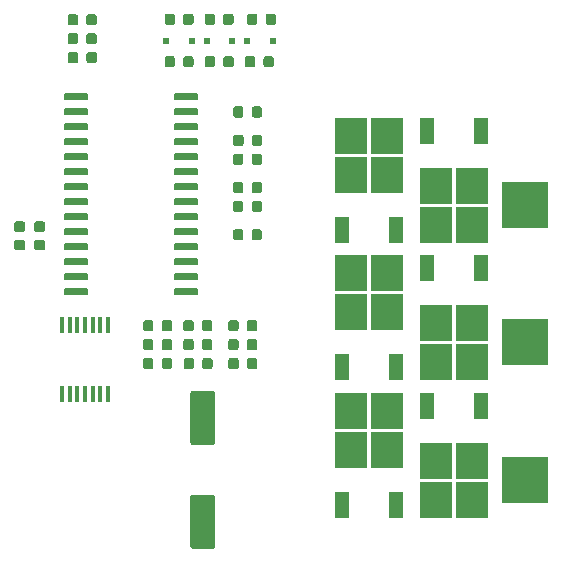
<source format=gbr>
G04 #@! TF.GenerationSoftware,KiCad,Pcbnew,(5.1.5-0)*
G04 #@! TF.CreationDate,2022-03-06T00:17:08-05:00*
G04 #@! TF.ProjectId,ESC_V4,4553435f-5634-42e6-9b69-6361645f7063,rev?*
G04 #@! TF.SameCoordinates,Original*
G04 #@! TF.FileFunction,Paste,Top*
G04 #@! TF.FilePolarity,Positive*
%FSLAX46Y46*%
G04 Gerber Fmt 4.6, Leading zero omitted, Abs format (unit mm)*
G04 Created by KiCad (PCBNEW (5.1.5-0)) date 2022-03-06 00:17:08*
%MOMM*%
%LPD*%
G04 APERTURE LIST*
%ADD10C,0.100000*%
%ADD11R,0.500000X0.500000*%
%ADD12R,4.000000X4.000000*%
%ADD13R,1.200000X2.200000*%
%ADD14R,2.750000X3.050000*%
%ADD15R,0.450000X1.450000*%
G04 APERTURE END LIST*
D10*
G36*
X223024504Y-88801204D02*
G01*
X223048773Y-88804804D01*
X223072571Y-88810765D01*
X223095671Y-88819030D01*
X223117849Y-88829520D01*
X223138893Y-88842133D01*
X223158598Y-88856747D01*
X223176777Y-88873223D01*
X223193253Y-88891402D01*
X223207867Y-88911107D01*
X223220480Y-88932151D01*
X223230970Y-88954329D01*
X223239235Y-88977429D01*
X223245196Y-89001227D01*
X223248796Y-89025496D01*
X223250000Y-89050000D01*
X223250000Y-93150000D01*
X223248796Y-93174504D01*
X223245196Y-93198773D01*
X223239235Y-93222571D01*
X223230970Y-93245671D01*
X223220480Y-93267849D01*
X223207867Y-93288893D01*
X223193253Y-93308598D01*
X223176777Y-93326777D01*
X223158598Y-93343253D01*
X223138893Y-93357867D01*
X223117849Y-93370480D01*
X223095671Y-93380970D01*
X223072571Y-93389235D01*
X223048773Y-93395196D01*
X223024504Y-93398796D01*
X223000000Y-93400000D01*
X221400000Y-93400000D01*
X221375496Y-93398796D01*
X221351227Y-93395196D01*
X221327429Y-93389235D01*
X221304329Y-93380970D01*
X221282151Y-93370480D01*
X221261107Y-93357867D01*
X221241402Y-93343253D01*
X221223223Y-93326777D01*
X221206747Y-93308598D01*
X221192133Y-93288893D01*
X221179520Y-93267849D01*
X221169030Y-93245671D01*
X221160765Y-93222571D01*
X221154804Y-93198773D01*
X221151204Y-93174504D01*
X221150000Y-93150000D01*
X221150000Y-89050000D01*
X221151204Y-89025496D01*
X221154804Y-89001227D01*
X221160765Y-88977429D01*
X221169030Y-88954329D01*
X221179520Y-88932151D01*
X221192133Y-88911107D01*
X221206747Y-88891402D01*
X221223223Y-88873223D01*
X221241402Y-88856747D01*
X221261107Y-88842133D01*
X221282151Y-88829520D01*
X221304329Y-88819030D01*
X221327429Y-88810765D01*
X221351227Y-88804804D01*
X221375496Y-88801204D01*
X221400000Y-88800000D01*
X223000000Y-88800000D01*
X223024504Y-88801204D01*
G37*
G36*
X223024504Y-80001204D02*
G01*
X223048773Y-80004804D01*
X223072571Y-80010765D01*
X223095671Y-80019030D01*
X223117849Y-80029520D01*
X223138893Y-80042133D01*
X223158598Y-80056747D01*
X223176777Y-80073223D01*
X223193253Y-80091402D01*
X223207867Y-80111107D01*
X223220480Y-80132151D01*
X223230970Y-80154329D01*
X223239235Y-80177429D01*
X223245196Y-80201227D01*
X223248796Y-80225496D01*
X223250000Y-80250000D01*
X223250000Y-84350000D01*
X223248796Y-84374504D01*
X223245196Y-84398773D01*
X223239235Y-84422571D01*
X223230970Y-84445671D01*
X223220480Y-84467849D01*
X223207867Y-84488893D01*
X223193253Y-84508598D01*
X223176777Y-84526777D01*
X223158598Y-84543253D01*
X223138893Y-84557867D01*
X223117849Y-84570480D01*
X223095671Y-84580970D01*
X223072571Y-84589235D01*
X223048773Y-84595196D01*
X223024504Y-84598796D01*
X223000000Y-84600000D01*
X221400000Y-84600000D01*
X221375496Y-84598796D01*
X221351227Y-84595196D01*
X221327429Y-84589235D01*
X221304329Y-84580970D01*
X221282151Y-84570480D01*
X221261107Y-84557867D01*
X221241402Y-84543253D01*
X221223223Y-84526777D01*
X221206747Y-84508598D01*
X221192133Y-84488893D01*
X221179520Y-84467849D01*
X221169030Y-84445671D01*
X221160765Y-84422571D01*
X221154804Y-84398773D01*
X221151204Y-84374504D01*
X221150000Y-84350000D01*
X221150000Y-80250000D01*
X221151204Y-80225496D01*
X221154804Y-80201227D01*
X221160765Y-80177429D01*
X221169030Y-80154329D01*
X221179520Y-80132151D01*
X221192133Y-80111107D01*
X221206747Y-80091402D01*
X221223223Y-80073223D01*
X221241402Y-80056747D01*
X221261107Y-80042133D01*
X221282151Y-80029520D01*
X221304329Y-80019030D01*
X221327429Y-80010765D01*
X221351227Y-80004804D01*
X221375496Y-80001204D01*
X221400000Y-80000000D01*
X223000000Y-80000000D01*
X223024504Y-80001204D01*
G37*
G36*
X213040191Y-51326053D02*
G01*
X213061426Y-51329203D01*
X213082250Y-51334419D01*
X213102462Y-51341651D01*
X213121868Y-51350830D01*
X213140281Y-51361866D01*
X213157524Y-51374654D01*
X213173430Y-51389070D01*
X213187846Y-51404976D01*
X213200634Y-51422219D01*
X213211670Y-51440632D01*
X213220849Y-51460038D01*
X213228081Y-51480250D01*
X213233297Y-51501074D01*
X213236447Y-51522309D01*
X213237500Y-51543750D01*
X213237500Y-52056250D01*
X213236447Y-52077691D01*
X213233297Y-52098926D01*
X213228081Y-52119750D01*
X213220849Y-52139962D01*
X213211670Y-52159368D01*
X213200634Y-52177781D01*
X213187846Y-52195024D01*
X213173430Y-52210930D01*
X213157524Y-52225346D01*
X213140281Y-52238134D01*
X213121868Y-52249170D01*
X213102462Y-52258349D01*
X213082250Y-52265581D01*
X213061426Y-52270797D01*
X213040191Y-52273947D01*
X213018750Y-52275000D01*
X212581250Y-52275000D01*
X212559809Y-52273947D01*
X212538574Y-52270797D01*
X212517750Y-52265581D01*
X212497538Y-52258349D01*
X212478132Y-52249170D01*
X212459719Y-52238134D01*
X212442476Y-52225346D01*
X212426570Y-52210930D01*
X212412154Y-52195024D01*
X212399366Y-52177781D01*
X212388330Y-52159368D01*
X212379151Y-52139962D01*
X212371919Y-52119750D01*
X212366703Y-52098926D01*
X212363553Y-52077691D01*
X212362500Y-52056250D01*
X212362500Y-51543750D01*
X212363553Y-51522309D01*
X212366703Y-51501074D01*
X212371919Y-51480250D01*
X212379151Y-51460038D01*
X212388330Y-51440632D01*
X212399366Y-51422219D01*
X212412154Y-51404976D01*
X212426570Y-51389070D01*
X212442476Y-51374654D01*
X212459719Y-51361866D01*
X212478132Y-51350830D01*
X212497538Y-51341651D01*
X212517750Y-51334419D01*
X212538574Y-51329203D01*
X212559809Y-51326053D01*
X212581250Y-51325000D01*
X213018750Y-51325000D01*
X213040191Y-51326053D01*
G37*
G36*
X211465191Y-51326053D02*
G01*
X211486426Y-51329203D01*
X211507250Y-51334419D01*
X211527462Y-51341651D01*
X211546868Y-51350830D01*
X211565281Y-51361866D01*
X211582524Y-51374654D01*
X211598430Y-51389070D01*
X211612846Y-51404976D01*
X211625634Y-51422219D01*
X211636670Y-51440632D01*
X211645849Y-51460038D01*
X211653081Y-51480250D01*
X211658297Y-51501074D01*
X211661447Y-51522309D01*
X211662500Y-51543750D01*
X211662500Y-52056250D01*
X211661447Y-52077691D01*
X211658297Y-52098926D01*
X211653081Y-52119750D01*
X211645849Y-52139962D01*
X211636670Y-52159368D01*
X211625634Y-52177781D01*
X211612846Y-52195024D01*
X211598430Y-52210930D01*
X211582524Y-52225346D01*
X211565281Y-52238134D01*
X211546868Y-52249170D01*
X211527462Y-52258349D01*
X211507250Y-52265581D01*
X211486426Y-52270797D01*
X211465191Y-52273947D01*
X211443750Y-52275000D01*
X211006250Y-52275000D01*
X210984809Y-52273947D01*
X210963574Y-52270797D01*
X210942750Y-52265581D01*
X210922538Y-52258349D01*
X210903132Y-52249170D01*
X210884719Y-52238134D01*
X210867476Y-52225346D01*
X210851570Y-52210930D01*
X210837154Y-52195024D01*
X210824366Y-52177781D01*
X210813330Y-52159368D01*
X210804151Y-52139962D01*
X210796919Y-52119750D01*
X210791703Y-52098926D01*
X210788553Y-52077691D01*
X210787500Y-52056250D01*
X210787500Y-51543750D01*
X210788553Y-51522309D01*
X210791703Y-51501074D01*
X210796919Y-51480250D01*
X210804151Y-51460038D01*
X210813330Y-51440632D01*
X210824366Y-51422219D01*
X210837154Y-51404976D01*
X210851570Y-51389070D01*
X210867476Y-51374654D01*
X210884719Y-51361866D01*
X210903132Y-51350830D01*
X210922538Y-51341651D01*
X210942750Y-51334419D01*
X210963574Y-51329203D01*
X210984809Y-51326053D01*
X211006250Y-51325000D01*
X211443750Y-51325000D01*
X211465191Y-51326053D01*
G37*
G36*
X211452691Y-49726053D02*
G01*
X211473926Y-49729203D01*
X211494750Y-49734419D01*
X211514962Y-49741651D01*
X211534368Y-49750830D01*
X211552781Y-49761866D01*
X211570024Y-49774654D01*
X211585930Y-49789070D01*
X211600346Y-49804976D01*
X211613134Y-49822219D01*
X211624170Y-49840632D01*
X211633349Y-49860038D01*
X211640581Y-49880250D01*
X211645797Y-49901074D01*
X211648947Y-49922309D01*
X211650000Y-49943750D01*
X211650000Y-50456250D01*
X211648947Y-50477691D01*
X211645797Y-50498926D01*
X211640581Y-50519750D01*
X211633349Y-50539962D01*
X211624170Y-50559368D01*
X211613134Y-50577781D01*
X211600346Y-50595024D01*
X211585930Y-50610930D01*
X211570024Y-50625346D01*
X211552781Y-50638134D01*
X211534368Y-50649170D01*
X211514962Y-50658349D01*
X211494750Y-50665581D01*
X211473926Y-50670797D01*
X211452691Y-50673947D01*
X211431250Y-50675000D01*
X210993750Y-50675000D01*
X210972309Y-50673947D01*
X210951074Y-50670797D01*
X210930250Y-50665581D01*
X210910038Y-50658349D01*
X210890632Y-50649170D01*
X210872219Y-50638134D01*
X210854976Y-50625346D01*
X210839070Y-50610930D01*
X210824654Y-50595024D01*
X210811866Y-50577781D01*
X210800830Y-50559368D01*
X210791651Y-50539962D01*
X210784419Y-50519750D01*
X210779203Y-50498926D01*
X210776053Y-50477691D01*
X210775000Y-50456250D01*
X210775000Y-49943750D01*
X210776053Y-49922309D01*
X210779203Y-49901074D01*
X210784419Y-49880250D01*
X210791651Y-49860038D01*
X210800830Y-49840632D01*
X210811866Y-49822219D01*
X210824654Y-49804976D01*
X210839070Y-49789070D01*
X210854976Y-49774654D01*
X210872219Y-49761866D01*
X210890632Y-49750830D01*
X210910038Y-49741651D01*
X210930250Y-49734419D01*
X210951074Y-49729203D01*
X210972309Y-49726053D01*
X210993750Y-49725000D01*
X211431250Y-49725000D01*
X211452691Y-49726053D01*
G37*
G36*
X213027691Y-49726053D02*
G01*
X213048926Y-49729203D01*
X213069750Y-49734419D01*
X213089962Y-49741651D01*
X213109368Y-49750830D01*
X213127781Y-49761866D01*
X213145024Y-49774654D01*
X213160930Y-49789070D01*
X213175346Y-49804976D01*
X213188134Y-49822219D01*
X213199170Y-49840632D01*
X213208349Y-49860038D01*
X213215581Y-49880250D01*
X213220797Y-49901074D01*
X213223947Y-49922309D01*
X213225000Y-49943750D01*
X213225000Y-50456250D01*
X213223947Y-50477691D01*
X213220797Y-50498926D01*
X213215581Y-50519750D01*
X213208349Y-50539962D01*
X213199170Y-50559368D01*
X213188134Y-50577781D01*
X213175346Y-50595024D01*
X213160930Y-50610930D01*
X213145024Y-50625346D01*
X213127781Y-50638134D01*
X213109368Y-50649170D01*
X213089962Y-50658349D01*
X213069750Y-50665581D01*
X213048926Y-50670797D01*
X213027691Y-50673947D01*
X213006250Y-50675000D01*
X212568750Y-50675000D01*
X212547309Y-50673947D01*
X212526074Y-50670797D01*
X212505250Y-50665581D01*
X212485038Y-50658349D01*
X212465632Y-50649170D01*
X212447219Y-50638134D01*
X212429976Y-50625346D01*
X212414070Y-50610930D01*
X212399654Y-50595024D01*
X212386866Y-50577781D01*
X212375830Y-50559368D01*
X212366651Y-50539962D01*
X212359419Y-50519750D01*
X212354203Y-50498926D01*
X212351053Y-50477691D01*
X212350000Y-50456250D01*
X212350000Y-49943750D01*
X212351053Y-49922309D01*
X212354203Y-49901074D01*
X212359419Y-49880250D01*
X212366651Y-49860038D01*
X212375830Y-49840632D01*
X212386866Y-49822219D01*
X212399654Y-49804976D01*
X212414070Y-49789070D01*
X212429976Y-49774654D01*
X212447219Y-49761866D01*
X212465632Y-49750830D01*
X212485038Y-49741651D01*
X212505250Y-49734419D01*
X212526074Y-49729203D01*
X212547309Y-49726053D01*
X212568750Y-49725000D01*
X213006250Y-49725000D01*
X213027691Y-49726053D01*
G37*
G36*
X213027691Y-48126053D02*
G01*
X213048926Y-48129203D01*
X213069750Y-48134419D01*
X213089962Y-48141651D01*
X213109368Y-48150830D01*
X213127781Y-48161866D01*
X213145024Y-48174654D01*
X213160930Y-48189070D01*
X213175346Y-48204976D01*
X213188134Y-48222219D01*
X213199170Y-48240632D01*
X213208349Y-48260038D01*
X213215581Y-48280250D01*
X213220797Y-48301074D01*
X213223947Y-48322309D01*
X213225000Y-48343750D01*
X213225000Y-48856250D01*
X213223947Y-48877691D01*
X213220797Y-48898926D01*
X213215581Y-48919750D01*
X213208349Y-48939962D01*
X213199170Y-48959368D01*
X213188134Y-48977781D01*
X213175346Y-48995024D01*
X213160930Y-49010930D01*
X213145024Y-49025346D01*
X213127781Y-49038134D01*
X213109368Y-49049170D01*
X213089962Y-49058349D01*
X213069750Y-49065581D01*
X213048926Y-49070797D01*
X213027691Y-49073947D01*
X213006250Y-49075000D01*
X212568750Y-49075000D01*
X212547309Y-49073947D01*
X212526074Y-49070797D01*
X212505250Y-49065581D01*
X212485038Y-49058349D01*
X212465632Y-49049170D01*
X212447219Y-49038134D01*
X212429976Y-49025346D01*
X212414070Y-49010930D01*
X212399654Y-48995024D01*
X212386866Y-48977781D01*
X212375830Y-48959368D01*
X212366651Y-48939962D01*
X212359419Y-48919750D01*
X212354203Y-48898926D01*
X212351053Y-48877691D01*
X212350000Y-48856250D01*
X212350000Y-48343750D01*
X212351053Y-48322309D01*
X212354203Y-48301074D01*
X212359419Y-48280250D01*
X212366651Y-48260038D01*
X212375830Y-48240632D01*
X212386866Y-48222219D01*
X212399654Y-48204976D01*
X212414070Y-48189070D01*
X212429976Y-48174654D01*
X212447219Y-48161866D01*
X212465632Y-48150830D01*
X212485038Y-48141651D01*
X212505250Y-48134419D01*
X212526074Y-48129203D01*
X212547309Y-48126053D01*
X212568750Y-48125000D01*
X213006250Y-48125000D01*
X213027691Y-48126053D01*
G37*
G36*
X211452691Y-48126053D02*
G01*
X211473926Y-48129203D01*
X211494750Y-48134419D01*
X211514962Y-48141651D01*
X211534368Y-48150830D01*
X211552781Y-48161866D01*
X211570024Y-48174654D01*
X211585930Y-48189070D01*
X211600346Y-48204976D01*
X211613134Y-48222219D01*
X211624170Y-48240632D01*
X211633349Y-48260038D01*
X211640581Y-48280250D01*
X211645797Y-48301074D01*
X211648947Y-48322309D01*
X211650000Y-48343750D01*
X211650000Y-48856250D01*
X211648947Y-48877691D01*
X211645797Y-48898926D01*
X211640581Y-48919750D01*
X211633349Y-48939962D01*
X211624170Y-48959368D01*
X211613134Y-48977781D01*
X211600346Y-48995024D01*
X211585930Y-49010930D01*
X211570024Y-49025346D01*
X211552781Y-49038134D01*
X211534368Y-49049170D01*
X211514962Y-49058349D01*
X211494750Y-49065581D01*
X211473926Y-49070797D01*
X211452691Y-49073947D01*
X211431250Y-49075000D01*
X210993750Y-49075000D01*
X210972309Y-49073947D01*
X210951074Y-49070797D01*
X210930250Y-49065581D01*
X210910038Y-49058349D01*
X210890632Y-49049170D01*
X210872219Y-49038134D01*
X210854976Y-49025346D01*
X210839070Y-49010930D01*
X210824654Y-48995024D01*
X210811866Y-48977781D01*
X210800830Y-48959368D01*
X210791651Y-48939962D01*
X210784419Y-48919750D01*
X210779203Y-48898926D01*
X210776053Y-48877691D01*
X210775000Y-48856250D01*
X210775000Y-48343750D01*
X210776053Y-48322309D01*
X210779203Y-48301074D01*
X210784419Y-48280250D01*
X210791651Y-48260038D01*
X210800830Y-48240632D01*
X210811866Y-48222219D01*
X210824654Y-48204976D01*
X210839070Y-48189070D01*
X210854976Y-48174654D01*
X210872219Y-48161866D01*
X210890632Y-48150830D01*
X210910038Y-48141651D01*
X210930250Y-48134419D01*
X210951074Y-48129203D01*
X210972309Y-48126053D01*
X210993750Y-48125000D01*
X211431250Y-48125000D01*
X211452691Y-48126053D01*
G37*
G36*
X226452691Y-51676053D02*
G01*
X226473926Y-51679203D01*
X226494750Y-51684419D01*
X226514962Y-51691651D01*
X226534368Y-51700830D01*
X226552781Y-51711866D01*
X226570024Y-51724654D01*
X226585930Y-51739070D01*
X226600346Y-51754976D01*
X226613134Y-51772219D01*
X226624170Y-51790632D01*
X226633349Y-51810038D01*
X226640581Y-51830250D01*
X226645797Y-51851074D01*
X226648947Y-51872309D01*
X226650000Y-51893750D01*
X226650000Y-52406250D01*
X226648947Y-52427691D01*
X226645797Y-52448926D01*
X226640581Y-52469750D01*
X226633349Y-52489962D01*
X226624170Y-52509368D01*
X226613134Y-52527781D01*
X226600346Y-52545024D01*
X226585930Y-52560930D01*
X226570024Y-52575346D01*
X226552781Y-52588134D01*
X226534368Y-52599170D01*
X226514962Y-52608349D01*
X226494750Y-52615581D01*
X226473926Y-52620797D01*
X226452691Y-52623947D01*
X226431250Y-52625000D01*
X225993750Y-52625000D01*
X225972309Y-52623947D01*
X225951074Y-52620797D01*
X225930250Y-52615581D01*
X225910038Y-52608349D01*
X225890632Y-52599170D01*
X225872219Y-52588134D01*
X225854976Y-52575346D01*
X225839070Y-52560930D01*
X225824654Y-52545024D01*
X225811866Y-52527781D01*
X225800830Y-52509368D01*
X225791651Y-52489962D01*
X225784419Y-52469750D01*
X225779203Y-52448926D01*
X225776053Y-52427691D01*
X225775000Y-52406250D01*
X225775000Y-51893750D01*
X225776053Y-51872309D01*
X225779203Y-51851074D01*
X225784419Y-51830250D01*
X225791651Y-51810038D01*
X225800830Y-51790632D01*
X225811866Y-51772219D01*
X225824654Y-51754976D01*
X225839070Y-51739070D01*
X225854976Y-51724654D01*
X225872219Y-51711866D01*
X225890632Y-51700830D01*
X225910038Y-51691651D01*
X225930250Y-51684419D01*
X225951074Y-51679203D01*
X225972309Y-51676053D01*
X225993750Y-51675000D01*
X226431250Y-51675000D01*
X226452691Y-51676053D01*
G37*
G36*
X228027691Y-51676053D02*
G01*
X228048926Y-51679203D01*
X228069750Y-51684419D01*
X228089962Y-51691651D01*
X228109368Y-51700830D01*
X228127781Y-51711866D01*
X228145024Y-51724654D01*
X228160930Y-51739070D01*
X228175346Y-51754976D01*
X228188134Y-51772219D01*
X228199170Y-51790632D01*
X228208349Y-51810038D01*
X228215581Y-51830250D01*
X228220797Y-51851074D01*
X228223947Y-51872309D01*
X228225000Y-51893750D01*
X228225000Y-52406250D01*
X228223947Y-52427691D01*
X228220797Y-52448926D01*
X228215581Y-52469750D01*
X228208349Y-52489962D01*
X228199170Y-52509368D01*
X228188134Y-52527781D01*
X228175346Y-52545024D01*
X228160930Y-52560930D01*
X228145024Y-52575346D01*
X228127781Y-52588134D01*
X228109368Y-52599170D01*
X228089962Y-52608349D01*
X228069750Y-52615581D01*
X228048926Y-52620797D01*
X228027691Y-52623947D01*
X228006250Y-52625000D01*
X227568750Y-52625000D01*
X227547309Y-52623947D01*
X227526074Y-52620797D01*
X227505250Y-52615581D01*
X227485038Y-52608349D01*
X227465632Y-52599170D01*
X227447219Y-52588134D01*
X227429976Y-52575346D01*
X227414070Y-52560930D01*
X227399654Y-52545024D01*
X227386866Y-52527781D01*
X227375830Y-52509368D01*
X227366651Y-52489962D01*
X227359419Y-52469750D01*
X227354203Y-52448926D01*
X227351053Y-52427691D01*
X227350000Y-52406250D01*
X227350000Y-51893750D01*
X227351053Y-51872309D01*
X227354203Y-51851074D01*
X227359419Y-51830250D01*
X227366651Y-51810038D01*
X227375830Y-51790632D01*
X227386866Y-51772219D01*
X227399654Y-51754976D01*
X227414070Y-51739070D01*
X227429976Y-51724654D01*
X227447219Y-51711866D01*
X227465632Y-51700830D01*
X227485038Y-51691651D01*
X227505250Y-51684419D01*
X227526074Y-51679203D01*
X227547309Y-51676053D01*
X227568750Y-51675000D01*
X228006250Y-51675000D01*
X228027691Y-51676053D01*
G37*
G36*
X224627691Y-51676053D02*
G01*
X224648926Y-51679203D01*
X224669750Y-51684419D01*
X224689962Y-51691651D01*
X224709368Y-51700830D01*
X224727781Y-51711866D01*
X224745024Y-51724654D01*
X224760930Y-51739070D01*
X224775346Y-51754976D01*
X224788134Y-51772219D01*
X224799170Y-51790632D01*
X224808349Y-51810038D01*
X224815581Y-51830250D01*
X224820797Y-51851074D01*
X224823947Y-51872309D01*
X224825000Y-51893750D01*
X224825000Y-52406250D01*
X224823947Y-52427691D01*
X224820797Y-52448926D01*
X224815581Y-52469750D01*
X224808349Y-52489962D01*
X224799170Y-52509368D01*
X224788134Y-52527781D01*
X224775346Y-52545024D01*
X224760930Y-52560930D01*
X224745024Y-52575346D01*
X224727781Y-52588134D01*
X224709368Y-52599170D01*
X224689962Y-52608349D01*
X224669750Y-52615581D01*
X224648926Y-52620797D01*
X224627691Y-52623947D01*
X224606250Y-52625000D01*
X224168750Y-52625000D01*
X224147309Y-52623947D01*
X224126074Y-52620797D01*
X224105250Y-52615581D01*
X224085038Y-52608349D01*
X224065632Y-52599170D01*
X224047219Y-52588134D01*
X224029976Y-52575346D01*
X224014070Y-52560930D01*
X223999654Y-52545024D01*
X223986866Y-52527781D01*
X223975830Y-52509368D01*
X223966651Y-52489962D01*
X223959419Y-52469750D01*
X223954203Y-52448926D01*
X223951053Y-52427691D01*
X223950000Y-52406250D01*
X223950000Y-51893750D01*
X223951053Y-51872309D01*
X223954203Y-51851074D01*
X223959419Y-51830250D01*
X223966651Y-51810038D01*
X223975830Y-51790632D01*
X223986866Y-51772219D01*
X223999654Y-51754976D01*
X224014070Y-51739070D01*
X224029976Y-51724654D01*
X224047219Y-51711866D01*
X224065632Y-51700830D01*
X224085038Y-51691651D01*
X224105250Y-51684419D01*
X224126074Y-51679203D01*
X224147309Y-51676053D01*
X224168750Y-51675000D01*
X224606250Y-51675000D01*
X224627691Y-51676053D01*
G37*
G36*
X223052691Y-51676053D02*
G01*
X223073926Y-51679203D01*
X223094750Y-51684419D01*
X223114962Y-51691651D01*
X223134368Y-51700830D01*
X223152781Y-51711866D01*
X223170024Y-51724654D01*
X223185930Y-51739070D01*
X223200346Y-51754976D01*
X223213134Y-51772219D01*
X223224170Y-51790632D01*
X223233349Y-51810038D01*
X223240581Y-51830250D01*
X223245797Y-51851074D01*
X223248947Y-51872309D01*
X223250000Y-51893750D01*
X223250000Y-52406250D01*
X223248947Y-52427691D01*
X223245797Y-52448926D01*
X223240581Y-52469750D01*
X223233349Y-52489962D01*
X223224170Y-52509368D01*
X223213134Y-52527781D01*
X223200346Y-52545024D01*
X223185930Y-52560930D01*
X223170024Y-52575346D01*
X223152781Y-52588134D01*
X223134368Y-52599170D01*
X223114962Y-52608349D01*
X223094750Y-52615581D01*
X223073926Y-52620797D01*
X223052691Y-52623947D01*
X223031250Y-52625000D01*
X222593750Y-52625000D01*
X222572309Y-52623947D01*
X222551074Y-52620797D01*
X222530250Y-52615581D01*
X222510038Y-52608349D01*
X222490632Y-52599170D01*
X222472219Y-52588134D01*
X222454976Y-52575346D01*
X222439070Y-52560930D01*
X222424654Y-52545024D01*
X222411866Y-52527781D01*
X222400830Y-52509368D01*
X222391651Y-52489962D01*
X222384419Y-52469750D01*
X222379203Y-52448926D01*
X222376053Y-52427691D01*
X222375000Y-52406250D01*
X222375000Y-51893750D01*
X222376053Y-51872309D01*
X222379203Y-51851074D01*
X222384419Y-51830250D01*
X222391651Y-51810038D01*
X222400830Y-51790632D01*
X222411866Y-51772219D01*
X222424654Y-51754976D01*
X222439070Y-51739070D01*
X222454976Y-51724654D01*
X222472219Y-51711866D01*
X222490632Y-51700830D01*
X222510038Y-51691651D01*
X222530250Y-51684419D01*
X222551074Y-51679203D01*
X222572309Y-51676053D01*
X222593750Y-51675000D01*
X223031250Y-51675000D01*
X223052691Y-51676053D01*
G37*
G36*
X219652691Y-51676053D02*
G01*
X219673926Y-51679203D01*
X219694750Y-51684419D01*
X219714962Y-51691651D01*
X219734368Y-51700830D01*
X219752781Y-51711866D01*
X219770024Y-51724654D01*
X219785930Y-51739070D01*
X219800346Y-51754976D01*
X219813134Y-51772219D01*
X219824170Y-51790632D01*
X219833349Y-51810038D01*
X219840581Y-51830250D01*
X219845797Y-51851074D01*
X219848947Y-51872309D01*
X219850000Y-51893750D01*
X219850000Y-52406250D01*
X219848947Y-52427691D01*
X219845797Y-52448926D01*
X219840581Y-52469750D01*
X219833349Y-52489962D01*
X219824170Y-52509368D01*
X219813134Y-52527781D01*
X219800346Y-52545024D01*
X219785930Y-52560930D01*
X219770024Y-52575346D01*
X219752781Y-52588134D01*
X219734368Y-52599170D01*
X219714962Y-52608349D01*
X219694750Y-52615581D01*
X219673926Y-52620797D01*
X219652691Y-52623947D01*
X219631250Y-52625000D01*
X219193750Y-52625000D01*
X219172309Y-52623947D01*
X219151074Y-52620797D01*
X219130250Y-52615581D01*
X219110038Y-52608349D01*
X219090632Y-52599170D01*
X219072219Y-52588134D01*
X219054976Y-52575346D01*
X219039070Y-52560930D01*
X219024654Y-52545024D01*
X219011866Y-52527781D01*
X219000830Y-52509368D01*
X218991651Y-52489962D01*
X218984419Y-52469750D01*
X218979203Y-52448926D01*
X218976053Y-52427691D01*
X218975000Y-52406250D01*
X218975000Y-51893750D01*
X218976053Y-51872309D01*
X218979203Y-51851074D01*
X218984419Y-51830250D01*
X218991651Y-51810038D01*
X219000830Y-51790632D01*
X219011866Y-51772219D01*
X219024654Y-51754976D01*
X219039070Y-51739070D01*
X219054976Y-51724654D01*
X219072219Y-51711866D01*
X219090632Y-51700830D01*
X219110038Y-51691651D01*
X219130250Y-51684419D01*
X219151074Y-51679203D01*
X219172309Y-51676053D01*
X219193750Y-51675000D01*
X219631250Y-51675000D01*
X219652691Y-51676053D01*
G37*
G36*
X221227691Y-51676053D02*
G01*
X221248926Y-51679203D01*
X221269750Y-51684419D01*
X221289962Y-51691651D01*
X221309368Y-51700830D01*
X221327781Y-51711866D01*
X221345024Y-51724654D01*
X221360930Y-51739070D01*
X221375346Y-51754976D01*
X221388134Y-51772219D01*
X221399170Y-51790632D01*
X221408349Y-51810038D01*
X221415581Y-51830250D01*
X221420797Y-51851074D01*
X221423947Y-51872309D01*
X221425000Y-51893750D01*
X221425000Y-52406250D01*
X221423947Y-52427691D01*
X221420797Y-52448926D01*
X221415581Y-52469750D01*
X221408349Y-52489962D01*
X221399170Y-52509368D01*
X221388134Y-52527781D01*
X221375346Y-52545024D01*
X221360930Y-52560930D01*
X221345024Y-52575346D01*
X221327781Y-52588134D01*
X221309368Y-52599170D01*
X221289962Y-52608349D01*
X221269750Y-52615581D01*
X221248926Y-52620797D01*
X221227691Y-52623947D01*
X221206250Y-52625000D01*
X220768750Y-52625000D01*
X220747309Y-52623947D01*
X220726074Y-52620797D01*
X220705250Y-52615581D01*
X220685038Y-52608349D01*
X220665632Y-52599170D01*
X220647219Y-52588134D01*
X220629976Y-52575346D01*
X220614070Y-52560930D01*
X220599654Y-52545024D01*
X220586866Y-52527781D01*
X220575830Y-52509368D01*
X220566651Y-52489962D01*
X220559419Y-52469750D01*
X220554203Y-52448926D01*
X220551053Y-52427691D01*
X220550000Y-52406250D01*
X220550000Y-51893750D01*
X220551053Y-51872309D01*
X220554203Y-51851074D01*
X220559419Y-51830250D01*
X220566651Y-51810038D01*
X220575830Y-51790632D01*
X220586866Y-51772219D01*
X220599654Y-51754976D01*
X220614070Y-51739070D01*
X220629976Y-51724654D01*
X220647219Y-51711866D01*
X220665632Y-51700830D01*
X220685038Y-51691651D01*
X220705250Y-51684419D01*
X220726074Y-51679203D01*
X220747309Y-51676053D01*
X220768750Y-51675000D01*
X221206250Y-51675000D01*
X221227691Y-51676053D01*
G37*
G36*
X208677691Y-67238553D02*
G01*
X208698926Y-67241703D01*
X208719750Y-67246919D01*
X208739962Y-67254151D01*
X208759368Y-67263330D01*
X208777781Y-67274366D01*
X208795024Y-67287154D01*
X208810930Y-67301570D01*
X208825346Y-67317476D01*
X208838134Y-67334719D01*
X208849170Y-67353132D01*
X208858349Y-67372538D01*
X208865581Y-67392750D01*
X208870797Y-67413574D01*
X208873947Y-67434809D01*
X208875000Y-67456250D01*
X208875000Y-67893750D01*
X208873947Y-67915191D01*
X208870797Y-67936426D01*
X208865581Y-67957250D01*
X208858349Y-67977462D01*
X208849170Y-67996868D01*
X208838134Y-68015281D01*
X208825346Y-68032524D01*
X208810930Y-68048430D01*
X208795024Y-68062846D01*
X208777781Y-68075634D01*
X208759368Y-68086670D01*
X208739962Y-68095849D01*
X208719750Y-68103081D01*
X208698926Y-68108297D01*
X208677691Y-68111447D01*
X208656250Y-68112500D01*
X208143750Y-68112500D01*
X208122309Y-68111447D01*
X208101074Y-68108297D01*
X208080250Y-68103081D01*
X208060038Y-68095849D01*
X208040632Y-68086670D01*
X208022219Y-68075634D01*
X208004976Y-68062846D01*
X207989070Y-68048430D01*
X207974654Y-68032524D01*
X207961866Y-68015281D01*
X207950830Y-67996868D01*
X207941651Y-67977462D01*
X207934419Y-67957250D01*
X207929203Y-67936426D01*
X207926053Y-67915191D01*
X207925000Y-67893750D01*
X207925000Y-67456250D01*
X207926053Y-67434809D01*
X207929203Y-67413574D01*
X207934419Y-67392750D01*
X207941651Y-67372538D01*
X207950830Y-67353132D01*
X207961866Y-67334719D01*
X207974654Y-67317476D01*
X207989070Y-67301570D01*
X208004976Y-67287154D01*
X208022219Y-67274366D01*
X208040632Y-67263330D01*
X208060038Y-67254151D01*
X208080250Y-67246919D01*
X208101074Y-67241703D01*
X208122309Y-67238553D01*
X208143750Y-67237500D01*
X208656250Y-67237500D01*
X208677691Y-67238553D01*
G37*
G36*
X208677691Y-65663553D02*
G01*
X208698926Y-65666703D01*
X208719750Y-65671919D01*
X208739962Y-65679151D01*
X208759368Y-65688330D01*
X208777781Y-65699366D01*
X208795024Y-65712154D01*
X208810930Y-65726570D01*
X208825346Y-65742476D01*
X208838134Y-65759719D01*
X208849170Y-65778132D01*
X208858349Y-65797538D01*
X208865581Y-65817750D01*
X208870797Y-65838574D01*
X208873947Y-65859809D01*
X208875000Y-65881250D01*
X208875000Y-66318750D01*
X208873947Y-66340191D01*
X208870797Y-66361426D01*
X208865581Y-66382250D01*
X208858349Y-66402462D01*
X208849170Y-66421868D01*
X208838134Y-66440281D01*
X208825346Y-66457524D01*
X208810930Y-66473430D01*
X208795024Y-66487846D01*
X208777781Y-66500634D01*
X208759368Y-66511670D01*
X208739962Y-66520849D01*
X208719750Y-66528081D01*
X208698926Y-66533297D01*
X208677691Y-66536447D01*
X208656250Y-66537500D01*
X208143750Y-66537500D01*
X208122309Y-66536447D01*
X208101074Y-66533297D01*
X208080250Y-66528081D01*
X208060038Y-66520849D01*
X208040632Y-66511670D01*
X208022219Y-66500634D01*
X208004976Y-66487846D01*
X207989070Y-66473430D01*
X207974654Y-66457524D01*
X207961866Y-66440281D01*
X207950830Y-66421868D01*
X207941651Y-66402462D01*
X207934419Y-66382250D01*
X207929203Y-66361426D01*
X207926053Y-66340191D01*
X207925000Y-66318750D01*
X207925000Y-65881250D01*
X207926053Y-65859809D01*
X207929203Y-65838574D01*
X207934419Y-65817750D01*
X207941651Y-65797538D01*
X207950830Y-65778132D01*
X207961866Y-65759719D01*
X207974654Y-65742476D01*
X207989070Y-65726570D01*
X208004976Y-65712154D01*
X208022219Y-65699366D01*
X208040632Y-65688330D01*
X208060038Y-65679151D01*
X208080250Y-65671919D01*
X208101074Y-65666703D01*
X208122309Y-65663553D01*
X208143750Y-65662500D01*
X208656250Y-65662500D01*
X208677691Y-65663553D01*
G37*
D11*
X225974999Y-50374999D03*
X228174999Y-50374999D03*
X224724999Y-50374999D03*
X222524999Y-50374999D03*
X221274999Y-50374999D03*
X219074999Y-50374999D03*
D12*
X249500000Y-64300000D03*
X249500000Y-75900000D03*
X249500000Y-87600000D03*
D13*
X234020000Y-66400000D03*
X238580000Y-66400000D03*
D14*
X237825000Y-58425000D03*
X234775000Y-61775000D03*
X234775000Y-58425000D03*
X237825000Y-61775000D03*
X241975000Y-62625000D03*
X245025000Y-65975000D03*
X245025000Y-62625000D03*
X241975000Y-65975000D03*
D13*
X241220000Y-58000000D03*
X245780000Y-58000000D03*
X234020000Y-78000000D03*
X238580000Y-78000000D03*
D14*
X237825000Y-70025000D03*
X234775000Y-73375000D03*
X234775000Y-70025000D03*
X237825000Y-73375000D03*
D13*
X245780000Y-69600000D03*
X241220000Y-69600000D03*
D14*
X241975000Y-77575000D03*
X245025000Y-74225000D03*
X245025000Y-77575000D03*
X241975000Y-74225000D03*
X237800000Y-85050000D03*
X234750000Y-81700000D03*
X234750000Y-85050000D03*
X237800000Y-81700000D03*
D13*
X238555000Y-89675000D03*
X233995000Y-89675000D03*
D10*
G36*
X219415191Y-74026053D02*
G01*
X219436426Y-74029203D01*
X219457250Y-74034419D01*
X219477462Y-74041651D01*
X219496868Y-74050830D01*
X219515281Y-74061866D01*
X219532524Y-74074654D01*
X219548430Y-74089070D01*
X219562846Y-74104976D01*
X219575634Y-74122219D01*
X219586670Y-74140632D01*
X219595849Y-74160038D01*
X219603081Y-74180250D01*
X219608297Y-74201074D01*
X219611447Y-74222309D01*
X219612500Y-74243750D01*
X219612500Y-74756250D01*
X219611447Y-74777691D01*
X219608297Y-74798926D01*
X219603081Y-74819750D01*
X219595849Y-74839962D01*
X219586670Y-74859368D01*
X219575634Y-74877781D01*
X219562846Y-74895024D01*
X219548430Y-74910930D01*
X219532524Y-74925346D01*
X219515281Y-74938134D01*
X219496868Y-74949170D01*
X219477462Y-74958349D01*
X219457250Y-74965581D01*
X219436426Y-74970797D01*
X219415191Y-74973947D01*
X219393750Y-74975000D01*
X218956250Y-74975000D01*
X218934809Y-74973947D01*
X218913574Y-74970797D01*
X218892750Y-74965581D01*
X218872538Y-74958349D01*
X218853132Y-74949170D01*
X218834719Y-74938134D01*
X218817476Y-74925346D01*
X218801570Y-74910930D01*
X218787154Y-74895024D01*
X218774366Y-74877781D01*
X218763330Y-74859368D01*
X218754151Y-74839962D01*
X218746919Y-74819750D01*
X218741703Y-74798926D01*
X218738553Y-74777691D01*
X218737500Y-74756250D01*
X218737500Y-74243750D01*
X218738553Y-74222309D01*
X218741703Y-74201074D01*
X218746919Y-74180250D01*
X218754151Y-74160038D01*
X218763330Y-74140632D01*
X218774366Y-74122219D01*
X218787154Y-74104976D01*
X218801570Y-74089070D01*
X218817476Y-74074654D01*
X218834719Y-74061866D01*
X218853132Y-74050830D01*
X218872538Y-74041651D01*
X218892750Y-74034419D01*
X218913574Y-74029203D01*
X218934809Y-74026053D01*
X218956250Y-74025000D01*
X219393750Y-74025000D01*
X219415191Y-74026053D01*
G37*
G36*
X217840191Y-74026053D02*
G01*
X217861426Y-74029203D01*
X217882250Y-74034419D01*
X217902462Y-74041651D01*
X217921868Y-74050830D01*
X217940281Y-74061866D01*
X217957524Y-74074654D01*
X217973430Y-74089070D01*
X217987846Y-74104976D01*
X218000634Y-74122219D01*
X218011670Y-74140632D01*
X218020849Y-74160038D01*
X218028081Y-74180250D01*
X218033297Y-74201074D01*
X218036447Y-74222309D01*
X218037500Y-74243750D01*
X218037500Y-74756250D01*
X218036447Y-74777691D01*
X218033297Y-74798926D01*
X218028081Y-74819750D01*
X218020849Y-74839962D01*
X218011670Y-74859368D01*
X218000634Y-74877781D01*
X217987846Y-74895024D01*
X217973430Y-74910930D01*
X217957524Y-74925346D01*
X217940281Y-74938134D01*
X217921868Y-74949170D01*
X217902462Y-74958349D01*
X217882250Y-74965581D01*
X217861426Y-74970797D01*
X217840191Y-74973947D01*
X217818750Y-74975000D01*
X217381250Y-74975000D01*
X217359809Y-74973947D01*
X217338574Y-74970797D01*
X217317750Y-74965581D01*
X217297538Y-74958349D01*
X217278132Y-74949170D01*
X217259719Y-74938134D01*
X217242476Y-74925346D01*
X217226570Y-74910930D01*
X217212154Y-74895024D01*
X217199366Y-74877781D01*
X217188330Y-74859368D01*
X217179151Y-74839962D01*
X217171919Y-74819750D01*
X217166703Y-74798926D01*
X217163553Y-74777691D01*
X217162500Y-74756250D01*
X217162500Y-74243750D01*
X217163553Y-74222309D01*
X217166703Y-74201074D01*
X217171919Y-74180250D01*
X217179151Y-74160038D01*
X217188330Y-74140632D01*
X217199366Y-74122219D01*
X217212154Y-74104976D01*
X217226570Y-74089070D01*
X217242476Y-74074654D01*
X217259719Y-74061866D01*
X217278132Y-74050830D01*
X217297538Y-74041651D01*
X217317750Y-74034419D01*
X217338574Y-74029203D01*
X217359809Y-74026053D01*
X217381250Y-74025000D01*
X217818750Y-74025000D01*
X217840191Y-74026053D01*
G37*
G36*
X217840191Y-75626053D02*
G01*
X217861426Y-75629203D01*
X217882250Y-75634419D01*
X217902462Y-75641651D01*
X217921868Y-75650830D01*
X217940281Y-75661866D01*
X217957524Y-75674654D01*
X217973430Y-75689070D01*
X217987846Y-75704976D01*
X218000634Y-75722219D01*
X218011670Y-75740632D01*
X218020849Y-75760038D01*
X218028081Y-75780250D01*
X218033297Y-75801074D01*
X218036447Y-75822309D01*
X218037500Y-75843750D01*
X218037500Y-76356250D01*
X218036447Y-76377691D01*
X218033297Y-76398926D01*
X218028081Y-76419750D01*
X218020849Y-76439962D01*
X218011670Y-76459368D01*
X218000634Y-76477781D01*
X217987846Y-76495024D01*
X217973430Y-76510930D01*
X217957524Y-76525346D01*
X217940281Y-76538134D01*
X217921868Y-76549170D01*
X217902462Y-76558349D01*
X217882250Y-76565581D01*
X217861426Y-76570797D01*
X217840191Y-76573947D01*
X217818750Y-76575000D01*
X217381250Y-76575000D01*
X217359809Y-76573947D01*
X217338574Y-76570797D01*
X217317750Y-76565581D01*
X217297538Y-76558349D01*
X217278132Y-76549170D01*
X217259719Y-76538134D01*
X217242476Y-76525346D01*
X217226570Y-76510930D01*
X217212154Y-76495024D01*
X217199366Y-76477781D01*
X217188330Y-76459368D01*
X217179151Y-76439962D01*
X217171919Y-76419750D01*
X217166703Y-76398926D01*
X217163553Y-76377691D01*
X217162500Y-76356250D01*
X217162500Y-75843750D01*
X217163553Y-75822309D01*
X217166703Y-75801074D01*
X217171919Y-75780250D01*
X217179151Y-75760038D01*
X217188330Y-75740632D01*
X217199366Y-75722219D01*
X217212154Y-75704976D01*
X217226570Y-75689070D01*
X217242476Y-75674654D01*
X217259719Y-75661866D01*
X217278132Y-75650830D01*
X217297538Y-75641651D01*
X217317750Y-75634419D01*
X217338574Y-75629203D01*
X217359809Y-75626053D01*
X217381250Y-75625000D01*
X217818750Y-75625000D01*
X217840191Y-75626053D01*
G37*
G36*
X219415191Y-75626053D02*
G01*
X219436426Y-75629203D01*
X219457250Y-75634419D01*
X219477462Y-75641651D01*
X219496868Y-75650830D01*
X219515281Y-75661866D01*
X219532524Y-75674654D01*
X219548430Y-75689070D01*
X219562846Y-75704976D01*
X219575634Y-75722219D01*
X219586670Y-75740632D01*
X219595849Y-75760038D01*
X219603081Y-75780250D01*
X219608297Y-75801074D01*
X219611447Y-75822309D01*
X219612500Y-75843750D01*
X219612500Y-76356250D01*
X219611447Y-76377691D01*
X219608297Y-76398926D01*
X219603081Y-76419750D01*
X219595849Y-76439962D01*
X219586670Y-76459368D01*
X219575634Y-76477781D01*
X219562846Y-76495024D01*
X219548430Y-76510930D01*
X219532524Y-76525346D01*
X219515281Y-76538134D01*
X219496868Y-76549170D01*
X219477462Y-76558349D01*
X219457250Y-76565581D01*
X219436426Y-76570797D01*
X219415191Y-76573947D01*
X219393750Y-76575000D01*
X218956250Y-76575000D01*
X218934809Y-76573947D01*
X218913574Y-76570797D01*
X218892750Y-76565581D01*
X218872538Y-76558349D01*
X218853132Y-76549170D01*
X218834719Y-76538134D01*
X218817476Y-76525346D01*
X218801570Y-76510930D01*
X218787154Y-76495024D01*
X218774366Y-76477781D01*
X218763330Y-76459368D01*
X218754151Y-76439962D01*
X218746919Y-76419750D01*
X218741703Y-76398926D01*
X218738553Y-76377691D01*
X218737500Y-76356250D01*
X218737500Y-75843750D01*
X218738553Y-75822309D01*
X218741703Y-75801074D01*
X218746919Y-75780250D01*
X218754151Y-75760038D01*
X218763330Y-75740632D01*
X218774366Y-75722219D01*
X218787154Y-75704976D01*
X218801570Y-75689070D01*
X218817476Y-75674654D01*
X218834719Y-75661866D01*
X218853132Y-75650830D01*
X218872538Y-75641651D01*
X218892750Y-75634419D01*
X218913574Y-75629203D01*
X218934809Y-75626053D01*
X218956250Y-75625000D01*
X219393750Y-75625000D01*
X219415191Y-75626053D01*
G37*
G36*
X219415191Y-77226053D02*
G01*
X219436426Y-77229203D01*
X219457250Y-77234419D01*
X219477462Y-77241651D01*
X219496868Y-77250830D01*
X219515281Y-77261866D01*
X219532524Y-77274654D01*
X219548430Y-77289070D01*
X219562846Y-77304976D01*
X219575634Y-77322219D01*
X219586670Y-77340632D01*
X219595849Y-77360038D01*
X219603081Y-77380250D01*
X219608297Y-77401074D01*
X219611447Y-77422309D01*
X219612500Y-77443750D01*
X219612500Y-77956250D01*
X219611447Y-77977691D01*
X219608297Y-77998926D01*
X219603081Y-78019750D01*
X219595849Y-78039962D01*
X219586670Y-78059368D01*
X219575634Y-78077781D01*
X219562846Y-78095024D01*
X219548430Y-78110930D01*
X219532524Y-78125346D01*
X219515281Y-78138134D01*
X219496868Y-78149170D01*
X219477462Y-78158349D01*
X219457250Y-78165581D01*
X219436426Y-78170797D01*
X219415191Y-78173947D01*
X219393750Y-78175000D01*
X218956250Y-78175000D01*
X218934809Y-78173947D01*
X218913574Y-78170797D01*
X218892750Y-78165581D01*
X218872538Y-78158349D01*
X218853132Y-78149170D01*
X218834719Y-78138134D01*
X218817476Y-78125346D01*
X218801570Y-78110930D01*
X218787154Y-78095024D01*
X218774366Y-78077781D01*
X218763330Y-78059368D01*
X218754151Y-78039962D01*
X218746919Y-78019750D01*
X218741703Y-77998926D01*
X218738553Y-77977691D01*
X218737500Y-77956250D01*
X218737500Y-77443750D01*
X218738553Y-77422309D01*
X218741703Y-77401074D01*
X218746919Y-77380250D01*
X218754151Y-77360038D01*
X218763330Y-77340632D01*
X218774366Y-77322219D01*
X218787154Y-77304976D01*
X218801570Y-77289070D01*
X218817476Y-77274654D01*
X218834719Y-77261866D01*
X218853132Y-77250830D01*
X218872538Y-77241651D01*
X218892750Y-77234419D01*
X218913574Y-77229203D01*
X218934809Y-77226053D01*
X218956250Y-77225000D01*
X219393750Y-77225000D01*
X219415191Y-77226053D01*
G37*
G36*
X217840191Y-77226053D02*
G01*
X217861426Y-77229203D01*
X217882250Y-77234419D01*
X217902462Y-77241651D01*
X217921868Y-77250830D01*
X217940281Y-77261866D01*
X217957524Y-77274654D01*
X217973430Y-77289070D01*
X217987846Y-77304976D01*
X218000634Y-77322219D01*
X218011670Y-77340632D01*
X218020849Y-77360038D01*
X218028081Y-77380250D01*
X218033297Y-77401074D01*
X218036447Y-77422309D01*
X218037500Y-77443750D01*
X218037500Y-77956250D01*
X218036447Y-77977691D01*
X218033297Y-77998926D01*
X218028081Y-78019750D01*
X218020849Y-78039962D01*
X218011670Y-78059368D01*
X218000634Y-78077781D01*
X217987846Y-78095024D01*
X217973430Y-78110930D01*
X217957524Y-78125346D01*
X217940281Y-78138134D01*
X217921868Y-78149170D01*
X217902462Y-78158349D01*
X217882250Y-78165581D01*
X217861426Y-78170797D01*
X217840191Y-78173947D01*
X217818750Y-78175000D01*
X217381250Y-78175000D01*
X217359809Y-78173947D01*
X217338574Y-78170797D01*
X217317750Y-78165581D01*
X217297538Y-78158349D01*
X217278132Y-78149170D01*
X217259719Y-78138134D01*
X217242476Y-78125346D01*
X217226570Y-78110930D01*
X217212154Y-78095024D01*
X217199366Y-78077781D01*
X217188330Y-78059368D01*
X217179151Y-78039962D01*
X217171919Y-78019750D01*
X217166703Y-77998926D01*
X217163553Y-77977691D01*
X217162500Y-77956250D01*
X217162500Y-77443750D01*
X217163553Y-77422309D01*
X217166703Y-77401074D01*
X217171919Y-77380250D01*
X217179151Y-77360038D01*
X217188330Y-77340632D01*
X217199366Y-77322219D01*
X217212154Y-77304976D01*
X217226570Y-77289070D01*
X217242476Y-77274654D01*
X217259719Y-77261866D01*
X217278132Y-77250830D01*
X217297538Y-77241651D01*
X217317750Y-77234419D01*
X217338574Y-77229203D01*
X217359809Y-77226053D01*
X217381250Y-77225000D01*
X217818750Y-77225000D01*
X217840191Y-77226053D01*
G37*
G36*
X222815191Y-74026053D02*
G01*
X222836426Y-74029203D01*
X222857250Y-74034419D01*
X222877462Y-74041651D01*
X222896868Y-74050830D01*
X222915281Y-74061866D01*
X222932524Y-74074654D01*
X222948430Y-74089070D01*
X222962846Y-74104976D01*
X222975634Y-74122219D01*
X222986670Y-74140632D01*
X222995849Y-74160038D01*
X223003081Y-74180250D01*
X223008297Y-74201074D01*
X223011447Y-74222309D01*
X223012500Y-74243750D01*
X223012500Y-74756250D01*
X223011447Y-74777691D01*
X223008297Y-74798926D01*
X223003081Y-74819750D01*
X222995849Y-74839962D01*
X222986670Y-74859368D01*
X222975634Y-74877781D01*
X222962846Y-74895024D01*
X222948430Y-74910930D01*
X222932524Y-74925346D01*
X222915281Y-74938134D01*
X222896868Y-74949170D01*
X222877462Y-74958349D01*
X222857250Y-74965581D01*
X222836426Y-74970797D01*
X222815191Y-74973947D01*
X222793750Y-74975000D01*
X222356250Y-74975000D01*
X222334809Y-74973947D01*
X222313574Y-74970797D01*
X222292750Y-74965581D01*
X222272538Y-74958349D01*
X222253132Y-74949170D01*
X222234719Y-74938134D01*
X222217476Y-74925346D01*
X222201570Y-74910930D01*
X222187154Y-74895024D01*
X222174366Y-74877781D01*
X222163330Y-74859368D01*
X222154151Y-74839962D01*
X222146919Y-74819750D01*
X222141703Y-74798926D01*
X222138553Y-74777691D01*
X222137500Y-74756250D01*
X222137500Y-74243750D01*
X222138553Y-74222309D01*
X222141703Y-74201074D01*
X222146919Y-74180250D01*
X222154151Y-74160038D01*
X222163330Y-74140632D01*
X222174366Y-74122219D01*
X222187154Y-74104976D01*
X222201570Y-74089070D01*
X222217476Y-74074654D01*
X222234719Y-74061866D01*
X222253132Y-74050830D01*
X222272538Y-74041651D01*
X222292750Y-74034419D01*
X222313574Y-74029203D01*
X222334809Y-74026053D01*
X222356250Y-74025000D01*
X222793750Y-74025000D01*
X222815191Y-74026053D01*
G37*
G36*
X221240191Y-74026053D02*
G01*
X221261426Y-74029203D01*
X221282250Y-74034419D01*
X221302462Y-74041651D01*
X221321868Y-74050830D01*
X221340281Y-74061866D01*
X221357524Y-74074654D01*
X221373430Y-74089070D01*
X221387846Y-74104976D01*
X221400634Y-74122219D01*
X221411670Y-74140632D01*
X221420849Y-74160038D01*
X221428081Y-74180250D01*
X221433297Y-74201074D01*
X221436447Y-74222309D01*
X221437500Y-74243750D01*
X221437500Y-74756250D01*
X221436447Y-74777691D01*
X221433297Y-74798926D01*
X221428081Y-74819750D01*
X221420849Y-74839962D01*
X221411670Y-74859368D01*
X221400634Y-74877781D01*
X221387846Y-74895024D01*
X221373430Y-74910930D01*
X221357524Y-74925346D01*
X221340281Y-74938134D01*
X221321868Y-74949170D01*
X221302462Y-74958349D01*
X221282250Y-74965581D01*
X221261426Y-74970797D01*
X221240191Y-74973947D01*
X221218750Y-74975000D01*
X220781250Y-74975000D01*
X220759809Y-74973947D01*
X220738574Y-74970797D01*
X220717750Y-74965581D01*
X220697538Y-74958349D01*
X220678132Y-74949170D01*
X220659719Y-74938134D01*
X220642476Y-74925346D01*
X220626570Y-74910930D01*
X220612154Y-74895024D01*
X220599366Y-74877781D01*
X220588330Y-74859368D01*
X220579151Y-74839962D01*
X220571919Y-74819750D01*
X220566703Y-74798926D01*
X220563553Y-74777691D01*
X220562500Y-74756250D01*
X220562500Y-74243750D01*
X220563553Y-74222309D01*
X220566703Y-74201074D01*
X220571919Y-74180250D01*
X220579151Y-74160038D01*
X220588330Y-74140632D01*
X220599366Y-74122219D01*
X220612154Y-74104976D01*
X220626570Y-74089070D01*
X220642476Y-74074654D01*
X220659719Y-74061866D01*
X220678132Y-74050830D01*
X220697538Y-74041651D01*
X220717750Y-74034419D01*
X220738574Y-74029203D01*
X220759809Y-74026053D01*
X220781250Y-74025000D01*
X221218750Y-74025000D01*
X221240191Y-74026053D01*
G37*
D15*
X210300000Y-80300000D03*
X210950000Y-80300000D03*
X211600000Y-80300000D03*
X212250000Y-80300000D03*
X212900000Y-80300000D03*
X213550000Y-80300000D03*
X214200000Y-80300000D03*
X214200000Y-74400000D03*
X213550000Y-74400000D03*
X212900000Y-74400000D03*
X212250000Y-74400000D03*
X211600000Y-74400000D03*
X210950000Y-74400000D03*
X210300000Y-74400000D03*
D10*
G36*
X212389703Y-54820722D02*
G01*
X212404264Y-54822882D01*
X212418543Y-54826459D01*
X212432403Y-54831418D01*
X212445710Y-54837712D01*
X212458336Y-54845280D01*
X212470159Y-54854048D01*
X212481066Y-54863934D01*
X212490952Y-54874841D01*
X212499720Y-54886664D01*
X212507288Y-54899290D01*
X212513582Y-54912597D01*
X212518541Y-54926457D01*
X212522118Y-54940736D01*
X212524278Y-54955297D01*
X212525000Y-54970000D01*
X212525000Y-55270000D01*
X212524278Y-55284703D01*
X212522118Y-55299264D01*
X212518541Y-55313543D01*
X212513582Y-55327403D01*
X212507288Y-55340710D01*
X212499720Y-55353336D01*
X212490952Y-55365159D01*
X212481066Y-55376066D01*
X212470159Y-55385952D01*
X212458336Y-55394720D01*
X212445710Y-55402288D01*
X212432403Y-55408582D01*
X212418543Y-55413541D01*
X212404264Y-55417118D01*
X212389703Y-55419278D01*
X212375000Y-55420000D01*
X210625000Y-55420000D01*
X210610297Y-55419278D01*
X210595736Y-55417118D01*
X210581457Y-55413541D01*
X210567597Y-55408582D01*
X210554290Y-55402288D01*
X210541664Y-55394720D01*
X210529841Y-55385952D01*
X210518934Y-55376066D01*
X210509048Y-55365159D01*
X210500280Y-55353336D01*
X210492712Y-55340710D01*
X210486418Y-55327403D01*
X210481459Y-55313543D01*
X210477882Y-55299264D01*
X210475722Y-55284703D01*
X210475000Y-55270000D01*
X210475000Y-54970000D01*
X210475722Y-54955297D01*
X210477882Y-54940736D01*
X210481459Y-54926457D01*
X210486418Y-54912597D01*
X210492712Y-54899290D01*
X210500280Y-54886664D01*
X210509048Y-54874841D01*
X210518934Y-54863934D01*
X210529841Y-54854048D01*
X210541664Y-54845280D01*
X210554290Y-54837712D01*
X210567597Y-54831418D01*
X210581457Y-54826459D01*
X210595736Y-54822882D01*
X210610297Y-54820722D01*
X210625000Y-54820000D01*
X212375000Y-54820000D01*
X212389703Y-54820722D01*
G37*
G36*
X212389703Y-56090722D02*
G01*
X212404264Y-56092882D01*
X212418543Y-56096459D01*
X212432403Y-56101418D01*
X212445710Y-56107712D01*
X212458336Y-56115280D01*
X212470159Y-56124048D01*
X212481066Y-56133934D01*
X212490952Y-56144841D01*
X212499720Y-56156664D01*
X212507288Y-56169290D01*
X212513582Y-56182597D01*
X212518541Y-56196457D01*
X212522118Y-56210736D01*
X212524278Y-56225297D01*
X212525000Y-56240000D01*
X212525000Y-56540000D01*
X212524278Y-56554703D01*
X212522118Y-56569264D01*
X212518541Y-56583543D01*
X212513582Y-56597403D01*
X212507288Y-56610710D01*
X212499720Y-56623336D01*
X212490952Y-56635159D01*
X212481066Y-56646066D01*
X212470159Y-56655952D01*
X212458336Y-56664720D01*
X212445710Y-56672288D01*
X212432403Y-56678582D01*
X212418543Y-56683541D01*
X212404264Y-56687118D01*
X212389703Y-56689278D01*
X212375000Y-56690000D01*
X210625000Y-56690000D01*
X210610297Y-56689278D01*
X210595736Y-56687118D01*
X210581457Y-56683541D01*
X210567597Y-56678582D01*
X210554290Y-56672288D01*
X210541664Y-56664720D01*
X210529841Y-56655952D01*
X210518934Y-56646066D01*
X210509048Y-56635159D01*
X210500280Y-56623336D01*
X210492712Y-56610710D01*
X210486418Y-56597403D01*
X210481459Y-56583543D01*
X210477882Y-56569264D01*
X210475722Y-56554703D01*
X210475000Y-56540000D01*
X210475000Y-56240000D01*
X210475722Y-56225297D01*
X210477882Y-56210736D01*
X210481459Y-56196457D01*
X210486418Y-56182597D01*
X210492712Y-56169290D01*
X210500280Y-56156664D01*
X210509048Y-56144841D01*
X210518934Y-56133934D01*
X210529841Y-56124048D01*
X210541664Y-56115280D01*
X210554290Y-56107712D01*
X210567597Y-56101418D01*
X210581457Y-56096459D01*
X210595736Y-56092882D01*
X210610297Y-56090722D01*
X210625000Y-56090000D01*
X212375000Y-56090000D01*
X212389703Y-56090722D01*
G37*
G36*
X212389703Y-57360722D02*
G01*
X212404264Y-57362882D01*
X212418543Y-57366459D01*
X212432403Y-57371418D01*
X212445710Y-57377712D01*
X212458336Y-57385280D01*
X212470159Y-57394048D01*
X212481066Y-57403934D01*
X212490952Y-57414841D01*
X212499720Y-57426664D01*
X212507288Y-57439290D01*
X212513582Y-57452597D01*
X212518541Y-57466457D01*
X212522118Y-57480736D01*
X212524278Y-57495297D01*
X212525000Y-57510000D01*
X212525000Y-57810000D01*
X212524278Y-57824703D01*
X212522118Y-57839264D01*
X212518541Y-57853543D01*
X212513582Y-57867403D01*
X212507288Y-57880710D01*
X212499720Y-57893336D01*
X212490952Y-57905159D01*
X212481066Y-57916066D01*
X212470159Y-57925952D01*
X212458336Y-57934720D01*
X212445710Y-57942288D01*
X212432403Y-57948582D01*
X212418543Y-57953541D01*
X212404264Y-57957118D01*
X212389703Y-57959278D01*
X212375000Y-57960000D01*
X210625000Y-57960000D01*
X210610297Y-57959278D01*
X210595736Y-57957118D01*
X210581457Y-57953541D01*
X210567597Y-57948582D01*
X210554290Y-57942288D01*
X210541664Y-57934720D01*
X210529841Y-57925952D01*
X210518934Y-57916066D01*
X210509048Y-57905159D01*
X210500280Y-57893336D01*
X210492712Y-57880710D01*
X210486418Y-57867403D01*
X210481459Y-57853543D01*
X210477882Y-57839264D01*
X210475722Y-57824703D01*
X210475000Y-57810000D01*
X210475000Y-57510000D01*
X210475722Y-57495297D01*
X210477882Y-57480736D01*
X210481459Y-57466457D01*
X210486418Y-57452597D01*
X210492712Y-57439290D01*
X210500280Y-57426664D01*
X210509048Y-57414841D01*
X210518934Y-57403934D01*
X210529841Y-57394048D01*
X210541664Y-57385280D01*
X210554290Y-57377712D01*
X210567597Y-57371418D01*
X210581457Y-57366459D01*
X210595736Y-57362882D01*
X210610297Y-57360722D01*
X210625000Y-57360000D01*
X212375000Y-57360000D01*
X212389703Y-57360722D01*
G37*
G36*
X212389703Y-58630722D02*
G01*
X212404264Y-58632882D01*
X212418543Y-58636459D01*
X212432403Y-58641418D01*
X212445710Y-58647712D01*
X212458336Y-58655280D01*
X212470159Y-58664048D01*
X212481066Y-58673934D01*
X212490952Y-58684841D01*
X212499720Y-58696664D01*
X212507288Y-58709290D01*
X212513582Y-58722597D01*
X212518541Y-58736457D01*
X212522118Y-58750736D01*
X212524278Y-58765297D01*
X212525000Y-58780000D01*
X212525000Y-59080000D01*
X212524278Y-59094703D01*
X212522118Y-59109264D01*
X212518541Y-59123543D01*
X212513582Y-59137403D01*
X212507288Y-59150710D01*
X212499720Y-59163336D01*
X212490952Y-59175159D01*
X212481066Y-59186066D01*
X212470159Y-59195952D01*
X212458336Y-59204720D01*
X212445710Y-59212288D01*
X212432403Y-59218582D01*
X212418543Y-59223541D01*
X212404264Y-59227118D01*
X212389703Y-59229278D01*
X212375000Y-59230000D01*
X210625000Y-59230000D01*
X210610297Y-59229278D01*
X210595736Y-59227118D01*
X210581457Y-59223541D01*
X210567597Y-59218582D01*
X210554290Y-59212288D01*
X210541664Y-59204720D01*
X210529841Y-59195952D01*
X210518934Y-59186066D01*
X210509048Y-59175159D01*
X210500280Y-59163336D01*
X210492712Y-59150710D01*
X210486418Y-59137403D01*
X210481459Y-59123543D01*
X210477882Y-59109264D01*
X210475722Y-59094703D01*
X210475000Y-59080000D01*
X210475000Y-58780000D01*
X210475722Y-58765297D01*
X210477882Y-58750736D01*
X210481459Y-58736457D01*
X210486418Y-58722597D01*
X210492712Y-58709290D01*
X210500280Y-58696664D01*
X210509048Y-58684841D01*
X210518934Y-58673934D01*
X210529841Y-58664048D01*
X210541664Y-58655280D01*
X210554290Y-58647712D01*
X210567597Y-58641418D01*
X210581457Y-58636459D01*
X210595736Y-58632882D01*
X210610297Y-58630722D01*
X210625000Y-58630000D01*
X212375000Y-58630000D01*
X212389703Y-58630722D01*
G37*
G36*
X212389703Y-59900722D02*
G01*
X212404264Y-59902882D01*
X212418543Y-59906459D01*
X212432403Y-59911418D01*
X212445710Y-59917712D01*
X212458336Y-59925280D01*
X212470159Y-59934048D01*
X212481066Y-59943934D01*
X212490952Y-59954841D01*
X212499720Y-59966664D01*
X212507288Y-59979290D01*
X212513582Y-59992597D01*
X212518541Y-60006457D01*
X212522118Y-60020736D01*
X212524278Y-60035297D01*
X212525000Y-60050000D01*
X212525000Y-60350000D01*
X212524278Y-60364703D01*
X212522118Y-60379264D01*
X212518541Y-60393543D01*
X212513582Y-60407403D01*
X212507288Y-60420710D01*
X212499720Y-60433336D01*
X212490952Y-60445159D01*
X212481066Y-60456066D01*
X212470159Y-60465952D01*
X212458336Y-60474720D01*
X212445710Y-60482288D01*
X212432403Y-60488582D01*
X212418543Y-60493541D01*
X212404264Y-60497118D01*
X212389703Y-60499278D01*
X212375000Y-60500000D01*
X210625000Y-60500000D01*
X210610297Y-60499278D01*
X210595736Y-60497118D01*
X210581457Y-60493541D01*
X210567597Y-60488582D01*
X210554290Y-60482288D01*
X210541664Y-60474720D01*
X210529841Y-60465952D01*
X210518934Y-60456066D01*
X210509048Y-60445159D01*
X210500280Y-60433336D01*
X210492712Y-60420710D01*
X210486418Y-60407403D01*
X210481459Y-60393543D01*
X210477882Y-60379264D01*
X210475722Y-60364703D01*
X210475000Y-60350000D01*
X210475000Y-60050000D01*
X210475722Y-60035297D01*
X210477882Y-60020736D01*
X210481459Y-60006457D01*
X210486418Y-59992597D01*
X210492712Y-59979290D01*
X210500280Y-59966664D01*
X210509048Y-59954841D01*
X210518934Y-59943934D01*
X210529841Y-59934048D01*
X210541664Y-59925280D01*
X210554290Y-59917712D01*
X210567597Y-59911418D01*
X210581457Y-59906459D01*
X210595736Y-59902882D01*
X210610297Y-59900722D01*
X210625000Y-59900000D01*
X212375000Y-59900000D01*
X212389703Y-59900722D01*
G37*
G36*
X212389703Y-61170722D02*
G01*
X212404264Y-61172882D01*
X212418543Y-61176459D01*
X212432403Y-61181418D01*
X212445710Y-61187712D01*
X212458336Y-61195280D01*
X212470159Y-61204048D01*
X212481066Y-61213934D01*
X212490952Y-61224841D01*
X212499720Y-61236664D01*
X212507288Y-61249290D01*
X212513582Y-61262597D01*
X212518541Y-61276457D01*
X212522118Y-61290736D01*
X212524278Y-61305297D01*
X212525000Y-61320000D01*
X212525000Y-61620000D01*
X212524278Y-61634703D01*
X212522118Y-61649264D01*
X212518541Y-61663543D01*
X212513582Y-61677403D01*
X212507288Y-61690710D01*
X212499720Y-61703336D01*
X212490952Y-61715159D01*
X212481066Y-61726066D01*
X212470159Y-61735952D01*
X212458336Y-61744720D01*
X212445710Y-61752288D01*
X212432403Y-61758582D01*
X212418543Y-61763541D01*
X212404264Y-61767118D01*
X212389703Y-61769278D01*
X212375000Y-61770000D01*
X210625000Y-61770000D01*
X210610297Y-61769278D01*
X210595736Y-61767118D01*
X210581457Y-61763541D01*
X210567597Y-61758582D01*
X210554290Y-61752288D01*
X210541664Y-61744720D01*
X210529841Y-61735952D01*
X210518934Y-61726066D01*
X210509048Y-61715159D01*
X210500280Y-61703336D01*
X210492712Y-61690710D01*
X210486418Y-61677403D01*
X210481459Y-61663543D01*
X210477882Y-61649264D01*
X210475722Y-61634703D01*
X210475000Y-61620000D01*
X210475000Y-61320000D01*
X210475722Y-61305297D01*
X210477882Y-61290736D01*
X210481459Y-61276457D01*
X210486418Y-61262597D01*
X210492712Y-61249290D01*
X210500280Y-61236664D01*
X210509048Y-61224841D01*
X210518934Y-61213934D01*
X210529841Y-61204048D01*
X210541664Y-61195280D01*
X210554290Y-61187712D01*
X210567597Y-61181418D01*
X210581457Y-61176459D01*
X210595736Y-61172882D01*
X210610297Y-61170722D01*
X210625000Y-61170000D01*
X212375000Y-61170000D01*
X212389703Y-61170722D01*
G37*
G36*
X212389703Y-62440722D02*
G01*
X212404264Y-62442882D01*
X212418543Y-62446459D01*
X212432403Y-62451418D01*
X212445710Y-62457712D01*
X212458336Y-62465280D01*
X212470159Y-62474048D01*
X212481066Y-62483934D01*
X212490952Y-62494841D01*
X212499720Y-62506664D01*
X212507288Y-62519290D01*
X212513582Y-62532597D01*
X212518541Y-62546457D01*
X212522118Y-62560736D01*
X212524278Y-62575297D01*
X212525000Y-62590000D01*
X212525000Y-62890000D01*
X212524278Y-62904703D01*
X212522118Y-62919264D01*
X212518541Y-62933543D01*
X212513582Y-62947403D01*
X212507288Y-62960710D01*
X212499720Y-62973336D01*
X212490952Y-62985159D01*
X212481066Y-62996066D01*
X212470159Y-63005952D01*
X212458336Y-63014720D01*
X212445710Y-63022288D01*
X212432403Y-63028582D01*
X212418543Y-63033541D01*
X212404264Y-63037118D01*
X212389703Y-63039278D01*
X212375000Y-63040000D01*
X210625000Y-63040000D01*
X210610297Y-63039278D01*
X210595736Y-63037118D01*
X210581457Y-63033541D01*
X210567597Y-63028582D01*
X210554290Y-63022288D01*
X210541664Y-63014720D01*
X210529841Y-63005952D01*
X210518934Y-62996066D01*
X210509048Y-62985159D01*
X210500280Y-62973336D01*
X210492712Y-62960710D01*
X210486418Y-62947403D01*
X210481459Y-62933543D01*
X210477882Y-62919264D01*
X210475722Y-62904703D01*
X210475000Y-62890000D01*
X210475000Y-62590000D01*
X210475722Y-62575297D01*
X210477882Y-62560736D01*
X210481459Y-62546457D01*
X210486418Y-62532597D01*
X210492712Y-62519290D01*
X210500280Y-62506664D01*
X210509048Y-62494841D01*
X210518934Y-62483934D01*
X210529841Y-62474048D01*
X210541664Y-62465280D01*
X210554290Y-62457712D01*
X210567597Y-62451418D01*
X210581457Y-62446459D01*
X210595736Y-62442882D01*
X210610297Y-62440722D01*
X210625000Y-62440000D01*
X212375000Y-62440000D01*
X212389703Y-62440722D01*
G37*
G36*
X212389703Y-63710722D02*
G01*
X212404264Y-63712882D01*
X212418543Y-63716459D01*
X212432403Y-63721418D01*
X212445710Y-63727712D01*
X212458336Y-63735280D01*
X212470159Y-63744048D01*
X212481066Y-63753934D01*
X212490952Y-63764841D01*
X212499720Y-63776664D01*
X212507288Y-63789290D01*
X212513582Y-63802597D01*
X212518541Y-63816457D01*
X212522118Y-63830736D01*
X212524278Y-63845297D01*
X212525000Y-63860000D01*
X212525000Y-64160000D01*
X212524278Y-64174703D01*
X212522118Y-64189264D01*
X212518541Y-64203543D01*
X212513582Y-64217403D01*
X212507288Y-64230710D01*
X212499720Y-64243336D01*
X212490952Y-64255159D01*
X212481066Y-64266066D01*
X212470159Y-64275952D01*
X212458336Y-64284720D01*
X212445710Y-64292288D01*
X212432403Y-64298582D01*
X212418543Y-64303541D01*
X212404264Y-64307118D01*
X212389703Y-64309278D01*
X212375000Y-64310000D01*
X210625000Y-64310000D01*
X210610297Y-64309278D01*
X210595736Y-64307118D01*
X210581457Y-64303541D01*
X210567597Y-64298582D01*
X210554290Y-64292288D01*
X210541664Y-64284720D01*
X210529841Y-64275952D01*
X210518934Y-64266066D01*
X210509048Y-64255159D01*
X210500280Y-64243336D01*
X210492712Y-64230710D01*
X210486418Y-64217403D01*
X210481459Y-64203543D01*
X210477882Y-64189264D01*
X210475722Y-64174703D01*
X210475000Y-64160000D01*
X210475000Y-63860000D01*
X210475722Y-63845297D01*
X210477882Y-63830736D01*
X210481459Y-63816457D01*
X210486418Y-63802597D01*
X210492712Y-63789290D01*
X210500280Y-63776664D01*
X210509048Y-63764841D01*
X210518934Y-63753934D01*
X210529841Y-63744048D01*
X210541664Y-63735280D01*
X210554290Y-63727712D01*
X210567597Y-63721418D01*
X210581457Y-63716459D01*
X210595736Y-63712882D01*
X210610297Y-63710722D01*
X210625000Y-63710000D01*
X212375000Y-63710000D01*
X212389703Y-63710722D01*
G37*
G36*
X212389703Y-64980722D02*
G01*
X212404264Y-64982882D01*
X212418543Y-64986459D01*
X212432403Y-64991418D01*
X212445710Y-64997712D01*
X212458336Y-65005280D01*
X212470159Y-65014048D01*
X212481066Y-65023934D01*
X212490952Y-65034841D01*
X212499720Y-65046664D01*
X212507288Y-65059290D01*
X212513582Y-65072597D01*
X212518541Y-65086457D01*
X212522118Y-65100736D01*
X212524278Y-65115297D01*
X212525000Y-65130000D01*
X212525000Y-65430000D01*
X212524278Y-65444703D01*
X212522118Y-65459264D01*
X212518541Y-65473543D01*
X212513582Y-65487403D01*
X212507288Y-65500710D01*
X212499720Y-65513336D01*
X212490952Y-65525159D01*
X212481066Y-65536066D01*
X212470159Y-65545952D01*
X212458336Y-65554720D01*
X212445710Y-65562288D01*
X212432403Y-65568582D01*
X212418543Y-65573541D01*
X212404264Y-65577118D01*
X212389703Y-65579278D01*
X212375000Y-65580000D01*
X210625000Y-65580000D01*
X210610297Y-65579278D01*
X210595736Y-65577118D01*
X210581457Y-65573541D01*
X210567597Y-65568582D01*
X210554290Y-65562288D01*
X210541664Y-65554720D01*
X210529841Y-65545952D01*
X210518934Y-65536066D01*
X210509048Y-65525159D01*
X210500280Y-65513336D01*
X210492712Y-65500710D01*
X210486418Y-65487403D01*
X210481459Y-65473543D01*
X210477882Y-65459264D01*
X210475722Y-65444703D01*
X210475000Y-65430000D01*
X210475000Y-65130000D01*
X210475722Y-65115297D01*
X210477882Y-65100736D01*
X210481459Y-65086457D01*
X210486418Y-65072597D01*
X210492712Y-65059290D01*
X210500280Y-65046664D01*
X210509048Y-65034841D01*
X210518934Y-65023934D01*
X210529841Y-65014048D01*
X210541664Y-65005280D01*
X210554290Y-64997712D01*
X210567597Y-64991418D01*
X210581457Y-64986459D01*
X210595736Y-64982882D01*
X210610297Y-64980722D01*
X210625000Y-64980000D01*
X212375000Y-64980000D01*
X212389703Y-64980722D01*
G37*
G36*
X212389703Y-66250722D02*
G01*
X212404264Y-66252882D01*
X212418543Y-66256459D01*
X212432403Y-66261418D01*
X212445710Y-66267712D01*
X212458336Y-66275280D01*
X212470159Y-66284048D01*
X212481066Y-66293934D01*
X212490952Y-66304841D01*
X212499720Y-66316664D01*
X212507288Y-66329290D01*
X212513582Y-66342597D01*
X212518541Y-66356457D01*
X212522118Y-66370736D01*
X212524278Y-66385297D01*
X212525000Y-66400000D01*
X212525000Y-66700000D01*
X212524278Y-66714703D01*
X212522118Y-66729264D01*
X212518541Y-66743543D01*
X212513582Y-66757403D01*
X212507288Y-66770710D01*
X212499720Y-66783336D01*
X212490952Y-66795159D01*
X212481066Y-66806066D01*
X212470159Y-66815952D01*
X212458336Y-66824720D01*
X212445710Y-66832288D01*
X212432403Y-66838582D01*
X212418543Y-66843541D01*
X212404264Y-66847118D01*
X212389703Y-66849278D01*
X212375000Y-66850000D01*
X210625000Y-66850000D01*
X210610297Y-66849278D01*
X210595736Y-66847118D01*
X210581457Y-66843541D01*
X210567597Y-66838582D01*
X210554290Y-66832288D01*
X210541664Y-66824720D01*
X210529841Y-66815952D01*
X210518934Y-66806066D01*
X210509048Y-66795159D01*
X210500280Y-66783336D01*
X210492712Y-66770710D01*
X210486418Y-66757403D01*
X210481459Y-66743543D01*
X210477882Y-66729264D01*
X210475722Y-66714703D01*
X210475000Y-66700000D01*
X210475000Y-66400000D01*
X210475722Y-66385297D01*
X210477882Y-66370736D01*
X210481459Y-66356457D01*
X210486418Y-66342597D01*
X210492712Y-66329290D01*
X210500280Y-66316664D01*
X210509048Y-66304841D01*
X210518934Y-66293934D01*
X210529841Y-66284048D01*
X210541664Y-66275280D01*
X210554290Y-66267712D01*
X210567597Y-66261418D01*
X210581457Y-66256459D01*
X210595736Y-66252882D01*
X210610297Y-66250722D01*
X210625000Y-66250000D01*
X212375000Y-66250000D01*
X212389703Y-66250722D01*
G37*
G36*
X212389703Y-67520722D02*
G01*
X212404264Y-67522882D01*
X212418543Y-67526459D01*
X212432403Y-67531418D01*
X212445710Y-67537712D01*
X212458336Y-67545280D01*
X212470159Y-67554048D01*
X212481066Y-67563934D01*
X212490952Y-67574841D01*
X212499720Y-67586664D01*
X212507288Y-67599290D01*
X212513582Y-67612597D01*
X212518541Y-67626457D01*
X212522118Y-67640736D01*
X212524278Y-67655297D01*
X212525000Y-67670000D01*
X212525000Y-67970000D01*
X212524278Y-67984703D01*
X212522118Y-67999264D01*
X212518541Y-68013543D01*
X212513582Y-68027403D01*
X212507288Y-68040710D01*
X212499720Y-68053336D01*
X212490952Y-68065159D01*
X212481066Y-68076066D01*
X212470159Y-68085952D01*
X212458336Y-68094720D01*
X212445710Y-68102288D01*
X212432403Y-68108582D01*
X212418543Y-68113541D01*
X212404264Y-68117118D01*
X212389703Y-68119278D01*
X212375000Y-68120000D01*
X210625000Y-68120000D01*
X210610297Y-68119278D01*
X210595736Y-68117118D01*
X210581457Y-68113541D01*
X210567597Y-68108582D01*
X210554290Y-68102288D01*
X210541664Y-68094720D01*
X210529841Y-68085952D01*
X210518934Y-68076066D01*
X210509048Y-68065159D01*
X210500280Y-68053336D01*
X210492712Y-68040710D01*
X210486418Y-68027403D01*
X210481459Y-68013543D01*
X210477882Y-67999264D01*
X210475722Y-67984703D01*
X210475000Y-67970000D01*
X210475000Y-67670000D01*
X210475722Y-67655297D01*
X210477882Y-67640736D01*
X210481459Y-67626457D01*
X210486418Y-67612597D01*
X210492712Y-67599290D01*
X210500280Y-67586664D01*
X210509048Y-67574841D01*
X210518934Y-67563934D01*
X210529841Y-67554048D01*
X210541664Y-67545280D01*
X210554290Y-67537712D01*
X210567597Y-67531418D01*
X210581457Y-67526459D01*
X210595736Y-67522882D01*
X210610297Y-67520722D01*
X210625000Y-67520000D01*
X212375000Y-67520000D01*
X212389703Y-67520722D01*
G37*
G36*
X212389703Y-68790722D02*
G01*
X212404264Y-68792882D01*
X212418543Y-68796459D01*
X212432403Y-68801418D01*
X212445710Y-68807712D01*
X212458336Y-68815280D01*
X212470159Y-68824048D01*
X212481066Y-68833934D01*
X212490952Y-68844841D01*
X212499720Y-68856664D01*
X212507288Y-68869290D01*
X212513582Y-68882597D01*
X212518541Y-68896457D01*
X212522118Y-68910736D01*
X212524278Y-68925297D01*
X212525000Y-68940000D01*
X212525000Y-69240000D01*
X212524278Y-69254703D01*
X212522118Y-69269264D01*
X212518541Y-69283543D01*
X212513582Y-69297403D01*
X212507288Y-69310710D01*
X212499720Y-69323336D01*
X212490952Y-69335159D01*
X212481066Y-69346066D01*
X212470159Y-69355952D01*
X212458336Y-69364720D01*
X212445710Y-69372288D01*
X212432403Y-69378582D01*
X212418543Y-69383541D01*
X212404264Y-69387118D01*
X212389703Y-69389278D01*
X212375000Y-69390000D01*
X210625000Y-69390000D01*
X210610297Y-69389278D01*
X210595736Y-69387118D01*
X210581457Y-69383541D01*
X210567597Y-69378582D01*
X210554290Y-69372288D01*
X210541664Y-69364720D01*
X210529841Y-69355952D01*
X210518934Y-69346066D01*
X210509048Y-69335159D01*
X210500280Y-69323336D01*
X210492712Y-69310710D01*
X210486418Y-69297403D01*
X210481459Y-69283543D01*
X210477882Y-69269264D01*
X210475722Y-69254703D01*
X210475000Y-69240000D01*
X210475000Y-68940000D01*
X210475722Y-68925297D01*
X210477882Y-68910736D01*
X210481459Y-68896457D01*
X210486418Y-68882597D01*
X210492712Y-68869290D01*
X210500280Y-68856664D01*
X210509048Y-68844841D01*
X210518934Y-68833934D01*
X210529841Y-68824048D01*
X210541664Y-68815280D01*
X210554290Y-68807712D01*
X210567597Y-68801418D01*
X210581457Y-68796459D01*
X210595736Y-68792882D01*
X210610297Y-68790722D01*
X210625000Y-68790000D01*
X212375000Y-68790000D01*
X212389703Y-68790722D01*
G37*
G36*
X212389703Y-70060722D02*
G01*
X212404264Y-70062882D01*
X212418543Y-70066459D01*
X212432403Y-70071418D01*
X212445710Y-70077712D01*
X212458336Y-70085280D01*
X212470159Y-70094048D01*
X212481066Y-70103934D01*
X212490952Y-70114841D01*
X212499720Y-70126664D01*
X212507288Y-70139290D01*
X212513582Y-70152597D01*
X212518541Y-70166457D01*
X212522118Y-70180736D01*
X212524278Y-70195297D01*
X212525000Y-70210000D01*
X212525000Y-70510000D01*
X212524278Y-70524703D01*
X212522118Y-70539264D01*
X212518541Y-70553543D01*
X212513582Y-70567403D01*
X212507288Y-70580710D01*
X212499720Y-70593336D01*
X212490952Y-70605159D01*
X212481066Y-70616066D01*
X212470159Y-70625952D01*
X212458336Y-70634720D01*
X212445710Y-70642288D01*
X212432403Y-70648582D01*
X212418543Y-70653541D01*
X212404264Y-70657118D01*
X212389703Y-70659278D01*
X212375000Y-70660000D01*
X210625000Y-70660000D01*
X210610297Y-70659278D01*
X210595736Y-70657118D01*
X210581457Y-70653541D01*
X210567597Y-70648582D01*
X210554290Y-70642288D01*
X210541664Y-70634720D01*
X210529841Y-70625952D01*
X210518934Y-70616066D01*
X210509048Y-70605159D01*
X210500280Y-70593336D01*
X210492712Y-70580710D01*
X210486418Y-70567403D01*
X210481459Y-70553543D01*
X210477882Y-70539264D01*
X210475722Y-70524703D01*
X210475000Y-70510000D01*
X210475000Y-70210000D01*
X210475722Y-70195297D01*
X210477882Y-70180736D01*
X210481459Y-70166457D01*
X210486418Y-70152597D01*
X210492712Y-70139290D01*
X210500280Y-70126664D01*
X210509048Y-70114841D01*
X210518934Y-70103934D01*
X210529841Y-70094048D01*
X210541664Y-70085280D01*
X210554290Y-70077712D01*
X210567597Y-70071418D01*
X210581457Y-70066459D01*
X210595736Y-70062882D01*
X210610297Y-70060722D01*
X210625000Y-70060000D01*
X212375000Y-70060000D01*
X212389703Y-70060722D01*
G37*
G36*
X212389703Y-71330722D02*
G01*
X212404264Y-71332882D01*
X212418543Y-71336459D01*
X212432403Y-71341418D01*
X212445710Y-71347712D01*
X212458336Y-71355280D01*
X212470159Y-71364048D01*
X212481066Y-71373934D01*
X212490952Y-71384841D01*
X212499720Y-71396664D01*
X212507288Y-71409290D01*
X212513582Y-71422597D01*
X212518541Y-71436457D01*
X212522118Y-71450736D01*
X212524278Y-71465297D01*
X212525000Y-71480000D01*
X212525000Y-71780000D01*
X212524278Y-71794703D01*
X212522118Y-71809264D01*
X212518541Y-71823543D01*
X212513582Y-71837403D01*
X212507288Y-71850710D01*
X212499720Y-71863336D01*
X212490952Y-71875159D01*
X212481066Y-71886066D01*
X212470159Y-71895952D01*
X212458336Y-71904720D01*
X212445710Y-71912288D01*
X212432403Y-71918582D01*
X212418543Y-71923541D01*
X212404264Y-71927118D01*
X212389703Y-71929278D01*
X212375000Y-71930000D01*
X210625000Y-71930000D01*
X210610297Y-71929278D01*
X210595736Y-71927118D01*
X210581457Y-71923541D01*
X210567597Y-71918582D01*
X210554290Y-71912288D01*
X210541664Y-71904720D01*
X210529841Y-71895952D01*
X210518934Y-71886066D01*
X210509048Y-71875159D01*
X210500280Y-71863336D01*
X210492712Y-71850710D01*
X210486418Y-71837403D01*
X210481459Y-71823543D01*
X210477882Y-71809264D01*
X210475722Y-71794703D01*
X210475000Y-71780000D01*
X210475000Y-71480000D01*
X210475722Y-71465297D01*
X210477882Y-71450736D01*
X210481459Y-71436457D01*
X210486418Y-71422597D01*
X210492712Y-71409290D01*
X210500280Y-71396664D01*
X210509048Y-71384841D01*
X210518934Y-71373934D01*
X210529841Y-71364048D01*
X210541664Y-71355280D01*
X210554290Y-71347712D01*
X210567597Y-71341418D01*
X210581457Y-71336459D01*
X210595736Y-71332882D01*
X210610297Y-71330722D01*
X210625000Y-71330000D01*
X212375000Y-71330000D01*
X212389703Y-71330722D01*
G37*
G36*
X221689703Y-71330722D02*
G01*
X221704264Y-71332882D01*
X221718543Y-71336459D01*
X221732403Y-71341418D01*
X221745710Y-71347712D01*
X221758336Y-71355280D01*
X221770159Y-71364048D01*
X221781066Y-71373934D01*
X221790952Y-71384841D01*
X221799720Y-71396664D01*
X221807288Y-71409290D01*
X221813582Y-71422597D01*
X221818541Y-71436457D01*
X221822118Y-71450736D01*
X221824278Y-71465297D01*
X221825000Y-71480000D01*
X221825000Y-71780000D01*
X221824278Y-71794703D01*
X221822118Y-71809264D01*
X221818541Y-71823543D01*
X221813582Y-71837403D01*
X221807288Y-71850710D01*
X221799720Y-71863336D01*
X221790952Y-71875159D01*
X221781066Y-71886066D01*
X221770159Y-71895952D01*
X221758336Y-71904720D01*
X221745710Y-71912288D01*
X221732403Y-71918582D01*
X221718543Y-71923541D01*
X221704264Y-71927118D01*
X221689703Y-71929278D01*
X221675000Y-71930000D01*
X219925000Y-71930000D01*
X219910297Y-71929278D01*
X219895736Y-71927118D01*
X219881457Y-71923541D01*
X219867597Y-71918582D01*
X219854290Y-71912288D01*
X219841664Y-71904720D01*
X219829841Y-71895952D01*
X219818934Y-71886066D01*
X219809048Y-71875159D01*
X219800280Y-71863336D01*
X219792712Y-71850710D01*
X219786418Y-71837403D01*
X219781459Y-71823543D01*
X219777882Y-71809264D01*
X219775722Y-71794703D01*
X219775000Y-71780000D01*
X219775000Y-71480000D01*
X219775722Y-71465297D01*
X219777882Y-71450736D01*
X219781459Y-71436457D01*
X219786418Y-71422597D01*
X219792712Y-71409290D01*
X219800280Y-71396664D01*
X219809048Y-71384841D01*
X219818934Y-71373934D01*
X219829841Y-71364048D01*
X219841664Y-71355280D01*
X219854290Y-71347712D01*
X219867597Y-71341418D01*
X219881457Y-71336459D01*
X219895736Y-71332882D01*
X219910297Y-71330722D01*
X219925000Y-71330000D01*
X221675000Y-71330000D01*
X221689703Y-71330722D01*
G37*
G36*
X221689703Y-70060722D02*
G01*
X221704264Y-70062882D01*
X221718543Y-70066459D01*
X221732403Y-70071418D01*
X221745710Y-70077712D01*
X221758336Y-70085280D01*
X221770159Y-70094048D01*
X221781066Y-70103934D01*
X221790952Y-70114841D01*
X221799720Y-70126664D01*
X221807288Y-70139290D01*
X221813582Y-70152597D01*
X221818541Y-70166457D01*
X221822118Y-70180736D01*
X221824278Y-70195297D01*
X221825000Y-70210000D01*
X221825000Y-70510000D01*
X221824278Y-70524703D01*
X221822118Y-70539264D01*
X221818541Y-70553543D01*
X221813582Y-70567403D01*
X221807288Y-70580710D01*
X221799720Y-70593336D01*
X221790952Y-70605159D01*
X221781066Y-70616066D01*
X221770159Y-70625952D01*
X221758336Y-70634720D01*
X221745710Y-70642288D01*
X221732403Y-70648582D01*
X221718543Y-70653541D01*
X221704264Y-70657118D01*
X221689703Y-70659278D01*
X221675000Y-70660000D01*
X219925000Y-70660000D01*
X219910297Y-70659278D01*
X219895736Y-70657118D01*
X219881457Y-70653541D01*
X219867597Y-70648582D01*
X219854290Y-70642288D01*
X219841664Y-70634720D01*
X219829841Y-70625952D01*
X219818934Y-70616066D01*
X219809048Y-70605159D01*
X219800280Y-70593336D01*
X219792712Y-70580710D01*
X219786418Y-70567403D01*
X219781459Y-70553543D01*
X219777882Y-70539264D01*
X219775722Y-70524703D01*
X219775000Y-70510000D01*
X219775000Y-70210000D01*
X219775722Y-70195297D01*
X219777882Y-70180736D01*
X219781459Y-70166457D01*
X219786418Y-70152597D01*
X219792712Y-70139290D01*
X219800280Y-70126664D01*
X219809048Y-70114841D01*
X219818934Y-70103934D01*
X219829841Y-70094048D01*
X219841664Y-70085280D01*
X219854290Y-70077712D01*
X219867597Y-70071418D01*
X219881457Y-70066459D01*
X219895736Y-70062882D01*
X219910297Y-70060722D01*
X219925000Y-70060000D01*
X221675000Y-70060000D01*
X221689703Y-70060722D01*
G37*
G36*
X221689703Y-68790722D02*
G01*
X221704264Y-68792882D01*
X221718543Y-68796459D01*
X221732403Y-68801418D01*
X221745710Y-68807712D01*
X221758336Y-68815280D01*
X221770159Y-68824048D01*
X221781066Y-68833934D01*
X221790952Y-68844841D01*
X221799720Y-68856664D01*
X221807288Y-68869290D01*
X221813582Y-68882597D01*
X221818541Y-68896457D01*
X221822118Y-68910736D01*
X221824278Y-68925297D01*
X221825000Y-68940000D01*
X221825000Y-69240000D01*
X221824278Y-69254703D01*
X221822118Y-69269264D01*
X221818541Y-69283543D01*
X221813582Y-69297403D01*
X221807288Y-69310710D01*
X221799720Y-69323336D01*
X221790952Y-69335159D01*
X221781066Y-69346066D01*
X221770159Y-69355952D01*
X221758336Y-69364720D01*
X221745710Y-69372288D01*
X221732403Y-69378582D01*
X221718543Y-69383541D01*
X221704264Y-69387118D01*
X221689703Y-69389278D01*
X221675000Y-69390000D01*
X219925000Y-69390000D01*
X219910297Y-69389278D01*
X219895736Y-69387118D01*
X219881457Y-69383541D01*
X219867597Y-69378582D01*
X219854290Y-69372288D01*
X219841664Y-69364720D01*
X219829841Y-69355952D01*
X219818934Y-69346066D01*
X219809048Y-69335159D01*
X219800280Y-69323336D01*
X219792712Y-69310710D01*
X219786418Y-69297403D01*
X219781459Y-69283543D01*
X219777882Y-69269264D01*
X219775722Y-69254703D01*
X219775000Y-69240000D01*
X219775000Y-68940000D01*
X219775722Y-68925297D01*
X219777882Y-68910736D01*
X219781459Y-68896457D01*
X219786418Y-68882597D01*
X219792712Y-68869290D01*
X219800280Y-68856664D01*
X219809048Y-68844841D01*
X219818934Y-68833934D01*
X219829841Y-68824048D01*
X219841664Y-68815280D01*
X219854290Y-68807712D01*
X219867597Y-68801418D01*
X219881457Y-68796459D01*
X219895736Y-68792882D01*
X219910297Y-68790722D01*
X219925000Y-68790000D01*
X221675000Y-68790000D01*
X221689703Y-68790722D01*
G37*
G36*
X221689703Y-67520722D02*
G01*
X221704264Y-67522882D01*
X221718543Y-67526459D01*
X221732403Y-67531418D01*
X221745710Y-67537712D01*
X221758336Y-67545280D01*
X221770159Y-67554048D01*
X221781066Y-67563934D01*
X221790952Y-67574841D01*
X221799720Y-67586664D01*
X221807288Y-67599290D01*
X221813582Y-67612597D01*
X221818541Y-67626457D01*
X221822118Y-67640736D01*
X221824278Y-67655297D01*
X221825000Y-67670000D01*
X221825000Y-67970000D01*
X221824278Y-67984703D01*
X221822118Y-67999264D01*
X221818541Y-68013543D01*
X221813582Y-68027403D01*
X221807288Y-68040710D01*
X221799720Y-68053336D01*
X221790952Y-68065159D01*
X221781066Y-68076066D01*
X221770159Y-68085952D01*
X221758336Y-68094720D01*
X221745710Y-68102288D01*
X221732403Y-68108582D01*
X221718543Y-68113541D01*
X221704264Y-68117118D01*
X221689703Y-68119278D01*
X221675000Y-68120000D01*
X219925000Y-68120000D01*
X219910297Y-68119278D01*
X219895736Y-68117118D01*
X219881457Y-68113541D01*
X219867597Y-68108582D01*
X219854290Y-68102288D01*
X219841664Y-68094720D01*
X219829841Y-68085952D01*
X219818934Y-68076066D01*
X219809048Y-68065159D01*
X219800280Y-68053336D01*
X219792712Y-68040710D01*
X219786418Y-68027403D01*
X219781459Y-68013543D01*
X219777882Y-67999264D01*
X219775722Y-67984703D01*
X219775000Y-67970000D01*
X219775000Y-67670000D01*
X219775722Y-67655297D01*
X219777882Y-67640736D01*
X219781459Y-67626457D01*
X219786418Y-67612597D01*
X219792712Y-67599290D01*
X219800280Y-67586664D01*
X219809048Y-67574841D01*
X219818934Y-67563934D01*
X219829841Y-67554048D01*
X219841664Y-67545280D01*
X219854290Y-67537712D01*
X219867597Y-67531418D01*
X219881457Y-67526459D01*
X219895736Y-67522882D01*
X219910297Y-67520722D01*
X219925000Y-67520000D01*
X221675000Y-67520000D01*
X221689703Y-67520722D01*
G37*
G36*
X221689703Y-66250722D02*
G01*
X221704264Y-66252882D01*
X221718543Y-66256459D01*
X221732403Y-66261418D01*
X221745710Y-66267712D01*
X221758336Y-66275280D01*
X221770159Y-66284048D01*
X221781066Y-66293934D01*
X221790952Y-66304841D01*
X221799720Y-66316664D01*
X221807288Y-66329290D01*
X221813582Y-66342597D01*
X221818541Y-66356457D01*
X221822118Y-66370736D01*
X221824278Y-66385297D01*
X221825000Y-66400000D01*
X221825000Y-66700000D01*
X221824278Y-66714703D01*
X221822118Y-66729264D01*
X221818541Y-66743543D01*
X221813582Y-66757403D01*
X221807288Y-66770710D01*
X221799720Y-66783336D01*
X221790952Y-66795159D01*
X221781066Y-66806066D01*
X221770159Y-66815952D01*
X221758336Y-66824720D01*
X221745710Y-66832288D01*
X221732403Y-66838582D01*
X221718543Y-66843541D01*
X221704264Y-66847118D01*
X221689703Y-66849278D01*
X221675000Y-66850000D01*
X219925000Y-66850000D01*
X219910297Y-66849278D01*
X219895736Y-66847118D01*
X219881457Y-66843541D01*
X219867597Y-66838582D01*
X219854290Y-66832288D01*
X219841664Y-66824720D01*
X219829841Y-66815952D01*
X219818934Y-66806066D01*
X219809048Y-66795159D01*
X219800280Y-66783336D01*
X219792712Y-66770710D01*
X219786418Y-66757403D01*
X219781459Y-66743543D01*
X219777882Y-66729264D01*
X219775722Y-66714703D01*
X219775000Y-66700000D01*
X219775000Y-66400000D01*
X219775722Y-66385297D01*
X219777882Y-66370736D01*
X219781459Y-66356457D01*
X219786418Y-66342597D01*
X219792712Y-66329290D01*
X219800280Y-66316664D01*
X219809048Y-66304841D01*
X219818934Y-66293934D01*
X219829841Y-66284048D01*
X219841664Y-66275280D01*
X219854290Y-66267712D01*
X219867597Y-66261418D01*
X219881457Y-66256459D01*
X219895736Y-66252882D01*
X219910297Y-66250722D01*
X219925000Y-66250000D01*
X221675000Y-66250000D01*
X221689703Y-66250722D01*
G37*
G36*
X221689703Y-64980722D02*
G01*
X221704264Y-64982882D01*
X221718543Y-64986459D01*
X221732403Y-64991418D01*
X221745710Y-64997712D01*
X221758336Y-65005280D01*
X221770159Y-65014048D01*
X221781066Y-65023934D01*
X221790952Y-65034841D01*
X221799720Y-65046664D01*
X221807288Y-65059290D01*
X221813582Y-65072597D01*
X221818541Y-65086457D01*
X221822118Y-65100736D01*
X221824278Y-65115297D01*
X221825000Y-65130000D01*
X221825000Y-65430000D01*
X221824278Y-65444703D01*
X221822118Y-65459264D01*
X221818541Y-65473543D01*
X221813582Y-65487403D01*
X221807288Y-65500710D01*
X221799720Y-65513336D01*
X221790952Y-65525159D01*
X221781066Y-65536066D01*
X221770159Y-65545952D01*
X221758336Y-65554720D01*
X221745710Y-65562288D01*
X221732403Y-65568582D01*
X221718543Y-65573541D01*
X221704264Y-65577118D01*
X221689703Y-65579278D01*
X221675000Y-65580000D01*
X219925000Y-65580000D01*
X219910297Y-65579278D01*
X219895736Y-65577118D01*
X219881457Y-65573541D01*
X219867597Y-65568582D01*
X219854290Y-65562288D01*
X219841664Y-65554720D01*
X219829841Y-65545952D01*
X219818934Y-65536066D01*
X219809048Y-65525159D01*
X219800280Y-65513336D01*
X219792712Y-65500710D01*
X219786418Y-65487403D01*
X219781459Y-65473543D01*
X219777882Y-65459264D01*
X219775722Y-65444703D01*
X219775000Y-65430000D01*
X219775000Y-65130000D01*
X219775722Y-65115297D01*
X219777882Y-65100736D01*
X219781459Y-65086457D01*
X219786418Y-65072597D01*
X219792712Y-65059290D01*
X219800280Y-65046664D01*
X219809048Y-65034841D01*
X219818934Y-65023934D01*
X219829841Y-65014048D01*
X219841664Y-65005280D01*
X219854290Y-64997712D01*
X219867597Y-64991418D01*
X219881457Y-64986459D01*
X219895736Y-64982882D01*
X219910297Y-64980722D01*
X219925000Y-64980000D01*
X221675000Y-64980000D01*
X221689703Y-64980722D01*
G37*
G36*
X221689703Y-63710722D02*
G01*
X221704264Y-63712882D01*
X221718543Y-63716459D01*
X221732403Y-63721418D01*
X221745710Y-63727712D01*
X221758336Y-63735280D01*
X221770159Y-63744048D01*
X221781066Y-63753934D01*
X221790952Y-63764841D01*
X221799720Y-63776664D01*
X221807288Y-63789290D01*
X221813582Y-63802597D01*
X221818541Y-63816457D01*
X221822118Y-63830736D01*
X221824278Y-63845297D01*
X221825000Y-63860000D01*
X221825000Y-64160000D01*
X221824278Y-64174703D01*
X221822118Y-64189264D01*
X221818541Y-64203543D01*
X221813582Y-64217403D01*
X221807288Y-64230710D01*
X221799720Y-64243336D01*
X221790952Y-64255159D01*
X221781066Y-64266066D01*
X221770159Y-64275952D01*
X221758336Y-64284720D01*
X221745710Y-64292288D01*
X221732403Y-64298582D01*
X221718543Y-64303541D01*
X221704264Y-64307118D01*
X221689703Y-64309278D01*
X221675000Y-64310000D01*
X219925000Y-64310000D01*
X219910297Y-64309278D01*
X219895736Y-64307118D01*
X219881457Y-64303541D01*
X219867597Y-64298582D01*
X219854290Y-64292288D01*
X219841664Y-64284720D01*
X219829841Y-64275952D01*
X219818934Y-64266066D01*
X219809048Y-64255159D01*
X219800280Y-64243336D01*
X219792712Y-64230710D01*
X219786418Y-64217403D01*
X219781459Y-64203543D01*
X219777882Y-64189264D01*
X219775722Y-64174703D01*
X219775000Y-64160000D01*
X219775000Y-63860000D01*
X219775722Y-63845297D01*
X219777882Y-63830736D01*
X219781459Y-63816457D01*
X219786418Y-63802597D01*
X219792712Y-63789290D01*
X219800280Y-63776664D01*
X219809048Y-63764841D01*
X219818934Y-63753934D01*
X219829841Y-63744048D01*
X219841664Y-63735280D01*
X219854290Y-63727712D01*
X219867597Y-63721418D01*
X219881457Y-63716459D01*
X219895736Y-63712882D01*
X219910297Y-63710722D01*
X219925000Y-63710000D01*
X221675000Y-63710000D01*
X221689703Y-63710722D01*
G37*
G36*
X221689703Y-62440722D02*
G01*
X221704264Y-62442882D01*
X221718543Y-62446459D01*
X221732403Y-62451418D01*
X221745710Y-62457712D01*
X221758336Y-62465280D01*
X221770159Y-62474048D01*
X221781066Y-62483934D01*
X221790952Y-62494841D01*
X221799720Y-62506664D01*
X221807288Y-62519290D01*
X221813582Y-62532597D01*
X221818541Y-62546457D01*
X221822118Y-62560736D01*
X221824278Y-62575297D01*
X221825000Y-62590000D01*
X221825000Y-62890000D01*
X221824278Y-62904703D01*
X221822118Y-62919264D01*
X221818541Y-62933543D01*
X221813582Y-62947403D01*
X221807288Y-62960710D01*
X221799720Y-62973336D01*
X221790952Y-62985159D01*
X221781066Y-62996066D01*
X221770159Y-63005952D01*
X221758336Y-63014720D01*
X221745710Y-63022288D01*
X221732403Y-63028582D01*
X221718543Y-63033541D01*
X221704264Y-63037118D01*
X221689703Y-63039278D01*
X221675000Y-63040000D01*
X219925000Y-63040000D01*
X219910297Y-63039278D01*
X219895736Y-63037118D01*
X219881457Y-63033541D01*
X219867597Y-63028582D01*
X219854290Y-63022288D01*
X219841664Y-63014720D01*
X219829841Y-63005952D01*
X219818934Y-62996066D01*
X219809048Y-62985159D01*
X219800280Y-62973336D01*
X219792712Y-62960710D01*
X219786418Y-62947403D01*
X219781459Y-62933543D01*
X219777882Y-62919264D01*
X219775722Y-62904703D01*
X219775000Y-62890000D01*
X219775000Y-62590000D01*
X219775722Y-62575297D01*
X219777882Y-62560736D01*
X219781459Y-62546457D01*
X219786418Y-62532597D01*
X219792712Y-62519290D01*
X219800280Y-62506664D01*
X219809048Y-62494841D01*
X219818934Y-62483934D01*
X219829841Y-62474048D01*
X219841664Y-62465280D01*
X219854290Y-62457712D01*
X219867597Y-62451418D01*
X219881457Y-62446459D01*
X219895736Y-62442882D01*
X219910297Y-62440722D01*
X219925000Y-62440000D01*
X221675000Y-62440000D01*
X221689703Y-62440722D01*
G37*
G36*
X221689703Y-61170722D02*
G01*
X221704264Y-61172882D01*
X221718543Y-61176459D01*
X221732403Y-61181418D01*
X221745710Y-61187712D01*
X221758336Y-61195280D01*
X221770159Y-61204048D01*
X221781066Y-61213934D01*
X221790952Y-61224841D01*
X221799720Y-61236664D01*
X221807288Y-61249290D01*
X221813582Y-61262597D01*
X221818541Y-61276457D01*
X221822118Y-61290736D01*
X221824278Y-61305297D01*
X221825000Y-61320000D01*
X221825000Y-61620000D01*
X221824278Y-61634703D01*
X221822118Y-61649264D01*
X221818541Y-61663543D01*
X221813582Y-61677403D01*
X221807288Y-61690710D01*
X221799720Y-61703336D01*
X221790952Y-61715159D01*
X221781066Y-61726066D01*
X221770159Y-61735952D01*
X221758336Y-61744720D01*
X221745710Y-61752288D01*
X221732403Y-61758582D01*
X221718543Y-61763541D01*
X221704264Y-61767118D01*
X221689703Y-61769278D01*
X221675000Y-61770000D01*
X219925000Y-61770000D01*
X219910297Y-61769278D01*
X219895736Y-61767118D01*
X219881457Y-61763541D01*
X219867597Y-61758582D01*
X219854290Y-61752288D01*
X219841664Y-61744720D01*
X219829841Y-61735952D01*
X219818934Y-61726066D01*
X219809048Y-61715159D01*
X219800280Y-61703336D01*
X219792712Y-61690710D01*
X219786418Y-61677403D01*
X219781459Y-61663543D01*
X219777882Y-61649264D01*
X219775722Y-61634703D01*
X219775000Y-61620000D01*
X219775000Y-61320000D01*
X219775722Y-61305297D01*
X219777882Y-61290736D01*
X219781459Y-61276457D01*
X219786418Y-61262597D01*
X219792712Y-61249290D01*
X219800280Y-61236664D01*
X219809048Y-61224841D01*
X219818934Y-61213934D01*
X219829841Y-61204048D01*
X219841664Y-61195280D01*
X219854290Y-61187712D01*
X219867597Y-61181418D01*
X219881457Y-61176459D01*
X219895736Y-61172882D01*
X219910297Y-61170722D01*
X219925000Y-61170000D01*
X221675000Y-61170000D01*
X221689703Y-61170722D01*
G37*
G36*
X221689703Y-59900722D02*
G01*
X221704264Y-59902882D01*
X221718543Y-59906459D01*
X221732403Y-59911418D01*
X221745710Y-59917712D01*
X221758336Y-59925280D01*
X221770159Y-59934048D01*
X221781066Y-59943934D01*
X221790952Y-59954841D01*
X221799720Y-59966664D01*
X221807288Y-59979290D01*
X221813582Y-59992597D01*
X221818541Y-60006457D01*
X221822118Y-60020736D01*
X221824278Y-60035297D01*
X221825000Y-60050000D01*
X221825000Y-60350000D01*
X221824278Y-60364703D01*
X221822118Y-60379264D01*
X221818541Y-60393543D01*
X221813582Y-60407403D01*
X221807288Y-60420710D01*
X221799720Y-60433336D01*
X221790952Y-60445159D01*
X221781066Y-60456066D01*
X221770159Y-60465952D01*
X221758336Y-60474720D01*
X221745710Y-60482288D01*
X221732403Y-60488582D01*
X221718543Y-60493541D01*
X221704264Y-60497118D01*
X221689703Y-60499278D01*
X221675000Y-60500000D01*
X219925000Y-60500000D01*
X219910297Y-60499278D01*
X219895736Y-60497118D01*
X219881457Y-60493541D01*
X219867597Y-60488582D01*
X219854290Y-60482288D01*
X219841664Y-60474720D01*
X219829841Y-60465952D01*
X219818934Y-60456066D01*
X219809048Y-60445159D01*
X219800280Y-60433336D01*
X219792712Y-60420710D01*
X219786418Y-60407403D01*
X219781459Y-60393543D01*
X219777882Y-60379264D01*
X219775722Y-60364703D01*
X219775000Y-60350000D01*
X219775000Y-60050000D01*
X219775722Y-60035297D01*
X219777882Y-60020736D01*
X219781459Y-60006457D01*
X219786418Y-59992597D01*
X219792712Y-59979290D01*
X219800280Y-59966664D01*
X219809048Y-59954841D01*
X219818934Y-59943934D01*
X219829841Y-59934048D01*
X219841664Y-59925280D01*
X219854290Y-59917712D01*
X219867597Y-59911418D01*
X219881457Y-59906459D01*
X219895736Y-59902882D01*
X219910297Y-59900722D01*
X219925000Y-59900000D01*
X221675000Y-59900000D01*
X221689703Y-59900722D01*
G37*
G36*
X221689703Y-58630722D02*
G01*
X221704264Y-58632882D01*
X221718543Y-58636459D01*
X221732403Y-58641418D01*
X221745710Y-58647712D01*
X221758336Y-58655280D01*
X221770159Y-58664048D01*
X221781066Y-58673934D01*
X221790952Y-58684841D01*
X221799720Y-58696664D01*
X221807288Y-58709290D01*
X221813582Y-58722597D01*
X221818541Y-58736457D01*
X221822118Y-58750736D01*
X221824278Y-58765297D01*
X221825000Y-58780000D01*
X221825000Y-59080000D01*
X221824278Y-59094703D01*
X221822118Y-59109264D01*
X221818541Y-59123543D01*
X221813582Y-59137403D01*
X221807288Y-59150710D01*
X221799720Y-59163336D01*
X221790952Y-59175159D01*
X221781066Y-59186066D01*
X221770159Y-59195952D01*
X221758336Y-59204720D01*
X221745710Y-59212288D01*
X221732403Y-59218582D01*
X221718543Y-59223541D01*
X221704264Y-59227118D01*
X221689703Y-59229278D01*
X221675000Y-59230000D01*
X219925000Y-59230000D01*
X219910297Y-59229278D01*
X219895736Y-59227118D01*
X219881457Y-59223541D01*
X219867597Y-59218582D01*
X219854290Y-59212288D01*
X219841664Y-59204720D01*
X219829841Y-59195952D01*
X219818934Y-59186066D01*
X219809048Y-59175159D01*
X219800280Y-59163336D01*
X219792712Y-59150710D01*
X219786418Y-59137403D01*
X219781459Y-59123543D01*
X219777882Y-59109264D01*
X219775722Y-59094703D01*
X219775000Y-59080000D01*
X219775000Y-58780000D01*
X219775722Y-58765297D01*
X219777882Y-58750736D01*
X219781459Y-58736457D01*
X219786418Y-58722597D01*
X219792712Y-58709290D01*
X219800280Y-58696664D01*
X219809048Y-58684841D01*
X219818934Y-58673934D01*
X219829841Y-58664048D01*
X219841664Y-58655280D01*
X219854290Y-58647712D01*
X219867597Y-58641418D01*
X219881457Y-58636459D01*
X219895736Y-58632882D01*
X219910297Y-58630722D01*
X219925000Y-58630000D01*
X221675000Y-58630000D01*
X221689703Y-58630722D01*
G37*
G36*
X221689703Y-57360722D02*
G01*
X221704264Y-57362882D01*
X221718543Y-57366459D01*
X221732403Y-57371418D01*
X221745710Y-57377712D01*
X221758336Y-57385280D01*
X221770159Y-57394048D01*
X221781066Y-57403934D01*
X221790952Y-57414841D01*
X221799720Y-57426664D01*
X221807288Y-57439290D01*
X221813582Y-57452597D01*
X221818541Y-57466457D01*
X221822118Y-57480736D01*
X221824278Y-57495297D01*
X221825000Y-57510000D01*
X221825000Y-57810000D01*
X221824278Y-57824703D01*
X221822118Y-57839264D01*
X221818541Y-57853543D01*
X221813582Y-57867403D01*
X221807288Y-57880710D01*
X221799720Y-57893336D01*
X221790952Y-57905159D01*
X221781066Y-57916066D01*
X221770159Y-57925952D01*
X221758336Y-57934720D01*
X221745710Y-57942288D01*
X221732403Y-57948582D01*
X221718543Y-57953541D01*
X221704264Y-57957118D01*
X221689703Y-57959278D01*
X221675000Y-57960000D01*
X219925000Y-57960000D01*
X219910297Y-57959278D01*
X219895736Y-57957118D01*
X219881457Y-57953541D01*
X219867597Y-57948582D01*
X219854290Y-57942288D01*
X219841664Y-57934720D01*
X219829841Y-57925952D01*
X219818934Y-57916066D01*
X219809048Y-57905159D01*
X219800280Y-57893336D01*
X219792712Y-57880710D01*
X219786418Y-57867403D01*
X219781459Y-57853543D01*
X219777882Y-57839264D01*
X219775722Y-57824703D01*
X219775000Y-57810000D01*
X219775000Y-57510000D01*
X219775722Y-57495297D01*
X219777882Y-57480736D01*
X219781459Y-57466457D01*
X219786418Y-57452597D01*
X219792712Y-57439290D01*
X219800280Y-57426664D01*
X219809048Y-57414841D01*
X219818934Y-57403934D01*
X219829841Y-57394048D01*
X219841664Y-57385280D01*
X219854290Y-57377712D01*
X219867597Y-57371418D01*
X219881457Y-57366459D01*
X219895736Y-57362882D01*
X219910297Y-57360722D01*
X219925000Y-57360000D01*
X221675000Y-57360000D01*
X221689703Y-57360722D01*
G37*
G36*
X221689703Y-56090722D02*
G01*
X221704264Y-56092882D01*
X221718543Y-56096459D01*
X221732403Y-56101418D01*
X221745710Y-56107712D01*
X221758336Y-56115280D01*
X221770159Y-56124048D01*
X221781066Y-56133934D01*
X221790952Y-56144841D01*
X221799720Y-56156664D01*
X221807288Y-56169290D01*
X221813582Y-56182597D01*
X221818541Y-56196457D01*
X221822118Y-56210736D01*
X221824278Y-56225297D01*
X221825000Y-56240000D01*
X221825000Y-56540000D01*
X221824278Y-56554703D01*
X221822118Y-56569264D01*
X221818541Y-56583543D01*
X221813582Y-56597403D01*
X221807288Y-56610710D01*
X221799720Y-56623336D01*
X221790952Y-56635159D01*
X221781066Y-56646066D01*
X221770159Y-56655952D01*
X221758336Y-56664720D01*
X221745710Y-56672288D01*
X221732403Y-56678582D01*
X221718543Y-56683541D01*
X221704264Y-56687118D01*
X221689703Y-56689278D01*
X221675000Y-56690000D01*
X219925000Y-56690000D01*
X219910297Y-56689278D01*
X219895736Y-56687118D01*
X219881457Y-56683541D01*
X219867597Y-56678582D01*
X219854290Y-56672288D01*
X219841664Y-56664720D01*
X219829841Y-56655952D01*
X219818934Y-56646066D01*
X219809048Y-56635159D01*
X219800280Y-56623336D01*
X219792712Y-56610710D01*
X219786418Y-56597403D01*
X219781459Y-56583543D01*
X219777882Y-56569264D01*
X219775722Y-56554703D01*
X219775000Y-56540000D01*
X219775000Y-56240000D01*
X219775722Y-56225297D01*
X219777882Y-56210736D01*
X219781459Y-56196457D01*
X219786418Y-56182597D01*
X219792712Y-56169290D01*
X219800280Y-56156664D01*
X219809048Y-56144841D01*
X219818934Y-56133934D01*
X219829841Y-56124048D01*
X219841664Y-56115280D01*
X219854290Y-56107712D01*
X219867597Y-56101418D01*
X219881457Y-56096459D01*
X219895736Y-56092882D01*
X219910297Y-56090722D01*
X219925000Y-56090000D01*
X221675000Y-56090000D01*
X221689703Y-56090722D01*
G37*
G36*
X221689703Y-54820722D02*
G01*
X221704264Y-54822882D01*
X221718543Y-54826459D01*
X221732403Y-54831418D01*
X221745710Y-54837712D01*
X221758336Y-54845280D01*
X221770159Y-54854048D01*
X221781066Y-54863934D01*
X221790952Y-54874841D01*
X221799720Y-54886664D01*
X221807288Y-54899290D01*
X221813582Y-54912597D01*
X221818541Y-54926457D01*
X221822118Y-54940736D01*
X221824278Y-54955297D01*
X221825000Y-54970000D01*
X221825000Y-55270000D01*
X221824278Y-55284703D01*
X221822118Y-55299264D01*
X221818541Y-55313543D01*
X221813582Y-55327403D01*
X221807288Y-55340710D01*
X221799720Y-55353336D01*
X221790952Y-55365159D01*
X221781066Y-55376066D01*
X221770159Y-55385952D01*
X221758336Y-55394720D01*
X221745710Y-55402288D01*
X221732403Y-55408582D01*
X221718543Y-55413541D01*
X221704264Y-55417118D01*
X221689703Y-55419278D01*
X221675000Y-55420000D01*
X219925000Y-55420000D01*
X219910297Y-55419278D01*
X219895736Y-55417118D01*
X219881457Y-55413541D01*
X219867597Y-55408582D01*
X219854290Y-55402288D01*
X219841664Y-55394720D01*
X219829841Y-55385952D01*
X219818934Y-55376066D01*
X219809048Y-55365159D01*
X219800280Y-55353336D01*
X219792712Y-55340710D01*
X219786418Y-55327403D01*
X219781459Y-55313543D01*
X219777882Y-55299264D01*
X219775722Y-55284703D01*
X219775000Y-55270000D01*
X219775000Y-54970000D01*
X219775722Y-54955297D01*
X219777882Y-54940736D01*
X219781459Y-54926457D01*
X219786418Y-54912597D01*
X219792712Y-54899290D01*
X219800280Y-54886664D01*
X219809048Y-54874841D01*
X219818934Y-54863934D01*
X219829841Y-54854048D01*
X219841664Y-54845280D01*
X219854290Y-54837712D01*
X219867597Y-54831418D01*
X219881457Y-54826459D01*
X219895736Y-54822882D01*
X219910297Y-54820722D01*
X219925000Y-54820000D01*
X221675000Y-54820000D01*
X221689703Y-54820722D01*
G37*
D13*
X245780000Y-81300000D03*
X241220000Y-81300000D03*
D14*
X241975000Y-89275000D03*
X245025000Y-85925000D03*
X245025000Y-89275000D03*
X241975000Y-85925000D03*
D10*
G36*
X221240191Y-75626053D02*
G01*
X221261426Y-75629203D01*
X221282250Y-75634419D01*
X221302462Y-75641651D01*
X221321868Y-75650830D01*
X221340281Y-75661866D01*
X221357524Y-75674654D01*
X221373430Y-75689070D01*
X221387846Y-75704976D01*
X221400634Y-75722219D01*
X221411670Y-75740632D01*
X221420849Y-75760038D01*
X221428081Y-75780250D01*
X221433297Y-75801074D01*
X221436447Y-75822309D01*
X221437500Y-75843750D01*
X221437500Y-76356250D01*
X221436447Y-76377691D01*
X221433297Y-76398926D01*
X221428081Y-76419750D01*
X221420849Y-76439962D01*
X221411670Y-76459368D01*
X221400634Y-76477781D01*
X221387846Y-76495024D01*
X221373430Y-76510930D01*
X221357524Y-76525346D01*
X221340281Y-76538134D01*
X221321868Y-76549170D01*
X221302462Y-76558349D01*
X221282250Y-76565581D01*
X221261426Y-76570797D01*
X221240191Y-76573947D01*
X221218750Y-76575000D01*
X220781250Y-76575000D01*
X220759809Y-76573947D01*
X220738574Y-76570797D01*
X220717750Y-76565581D01*
X220697538Y-76558349D01*
X220678132Y-76549170D01*
X220659719Y-76538134D01*
X220642476Y-76525346D01*
X220626570Y-76510930D01*
X220612154Y-76495024D01*
X220599366Y-76477781D01*
X220588330Y-76459368D01*
X220579151Y-76439962D01*
X220571919Y-76419750D01*
X220566703Y-76398926D01*
X220563553Y-76377691D01*
X220562500Y-76356250D01*
X220562500Y-75843750D01*
X220563553Y-75822309D01*
X220566703Y-75801074D01*
X220571919Y-75780250D01*
X220579151Y-75760038D01*
X220588330Y-75740632D01*
X220599366Y-75722219D01*
X220612154Y-75704976D01*
X220626570Y-75689070D01*
X220642476Y-75674654D01*
X220659719Y-75661866D01*
X220678132Y-75650830D01*
X220697538Y-75641651D01*
X220717750Y-75634419D01*
X220738574Y-75629203D01*
X220759809Y-75626053D01*
X220781250Y-75625000D01*
X221218750Y-75625000D01*
X221240191Y-75626053D01*
G37*
G36*
X222815191Y-75626053D02*
G01*
X222836426Y-75629203D01*
X222857250Y-75634419D01*
X222877462Y-75641651D01*
X222896868Y-75650830D01*
X222915281Y-75661866D01*
X222932524Y-75674654D01*
X222948430Y-75689070D01*
X222962846Y-75704976D01*
X222975634Y-75722219D01*
X222986670Y-75740632D01*
X222995849Y-75760038D01*
X223003081Y-75780250D01*
X223008297Y-75801074D01*
X223011447Y-75822309D01*
X223012500Y-75843750D01*
X223012500Y-76356250D01*
X223011447Y-76377691D01*
X223008297Y-76398926D01*
X223003081Y-76419750D01*
X222995849Y-76439962D01*
X222986670Y-76459368D01*
X222975634Y-76477781D01*
X222962846Y-76495024D01*
X222948430Y-76510930D01*
X222932524Y-76525346D01*
X222915281Y-76538134D01*
X222896868Y-76549170D01*
X222877462Y-76558349D01*
X222857250Y-76565581D01*
X222836426Y-76570797D01*
X222815191Y-76573947D01*
X222793750Y-76575000D01*
X222356250Y-76575000D01*
X222334809Y-76573947D01*
X222313574Y-76570797D01*
X222292750Y-76565581D01*
X222272538Y-76558349D01*
X222253132Y-76549170D01*
X222234719Y-76538134D01*
X222217476Y-76525346D01*
X222201570Y-76510930D01*
X222187154Y-76495024D01*
X222174366Y-76477781D01*
X222163330Y-76459368D01*
X222154151Y-76439962D01*
X222146919Y-76419750D01*
X222141703Y-76398926D01*
X222138553Y-76377691D01*
X222137500Y-76356250D01*
X222137500Y-75843750D01*
X222138553Y-75822309D01*
X222141703Y-75801074D01*
X222146919Y-75780250D01*
X222154151Y-75760038D01*
X222163330Y-75740632D01*
X222174366Y-75722219D01*
X222187154Y-75704976D01*
X222201570Y-75689070D01*
X222217476Y-75674654D01*
X222234719Y-75661866D01*
X222253132Y-75650830D01*
X222272538Y-75641651D01*
X222292750Y-75634419D01*
X222313574Y-75629203D01*
X222334809Y-75626053D01*
X222356250Y-75625000D01*
X222793750Y-75625000D01*
X222815191Y-75626053D01*
G37*
G36*
X222840191Y-77226053D02*
G01*
X222861426Y-77229203D01*
X222882250Y-77234419D01*
X222902462Y-77241651D01*
X222921868Y-77250830D01*
X222940281Y-77261866D01*
X222957524Y-77274654D01*
X222973430Y-77289070D01*
X222987846Y-77304976D01*
X223000634Y-77322219D01*
X223011670Y-77340632D01*
X223020849Y-77360038D01*
X223028081Y-77380250D01*
X223033297Y-77401074D01*
X223036447Y-77422309D01*
X223037500Y-77443750D01*
X223037500Y-77956250D01*
X223036447Y-77977691D01*
X223033297Y-77998926D01*
X223028081Y-78019750D01*
X223020849Y-78039962D01*
X223011670Y-78059368D01*
X223000634Y-78077781D01*
X222987846Y-78095024D01*
X222973430Y-78110930D01*
X222957524Y-78125346D01*
X222940281Y-78138134D01*
X222921868Y-78149170D01*
X222902462Y-78158349D01*
X222882250Y-78165581D01*
X222861426Y-78170797D01*
X222840191Y-78173947D01*
X222818750Y-78175000D01*
X222381250Y-78175000D01*
X222359809Y-78173947D01*
X222338574Y-78170797D01*
X222317750Y-78165581D01*
X222297538Y-78158349D01*
X222278132Y-78149170D01*
X222259719Y-78138134D01*
X222242476Y-78125346D01*
X222226570Y-78110930D01*
X222212154Y-78095024D01*
X222199366Y-78077781D01*
X222188330Y-78059368D01*
X222179151Y-78039962D01*
X222171919Y-78019750D01*
X222166703Y-77998926D01*
X222163553Y-77977691D01*
X222162500Y-77956250D01*
X222162500Y-77443750D01*
X222163553Y-77422309D01*
X222166703Y-77401074D01*
X222171919Y-77380250D01*
X222179151Y-77360038D01*
X222188330Y-77340632D01*
X222199366Y-77322219D01*
X222212154Y-77304976D01*
X222226570Y-77289070D01*
X222242476Y-77274654D01*
X222259719Y-77261866D01*
X222278132Y-77250830D01*
X222297538Y-77241651D01*
X222317750Y-77234419D01*
X222338574Y-77229203D01*
X222359809Y-77226053D01*
X222381250Y-77225000D01*
X222818750Y-77225000D01*
X222840191Y-77226053D01*
G37*
G36*
X221265191Y-77226053D02*
G01*
X221286426Y-77229203D01*
X221307250Y-77234419D01*
X221327462Y-77241651D01*
X221346868Y-77250830D01*
X221365281Y-77261866D01*
X221382524Y-77274654D01*
X221398430Y-77289070D01*
X221412846Y-77304976D01*
X221425634Y-77322219D01*
X221436670Y-77340632D01*
X221445849Y-77360038D01*
X221453081Y-77380250D01*
X221458297Y-77401074D01*
X221461447Y-77422309D01*
X221462500Y-77443750D01*
X221462500Y-77956250D01*
X221461447Y-77977691D01*
X221458297Y-77998926D01*
X221453081Y-78019750D01*
X221445849Y-78039962D01*
X221436670Y-78059368D01*
X221425634Y-78077781D01*
X221412846Y-78095024D01*
X221398430Y-78110930D01*
X221382524Y-78125346D01*
X221365281Y-78138134D01*
X221346868Y-78149170D01*
X221327462Y-78158349D01*
X221307250Y-78165581D01*
X221286426Y-78170797D01*
X221265191Y-78173947D01*
X221243750Y-78175000D01*
X220806250Y-78175000D01*
X220784809Y-78173947D01*
X220763574Y-78170797D01*
X220742750Y-78165581D01*
X220722538Y-78158349D01*
X220703132Y-78149170D01*
X220684719Y-78138134D01*
X220667476Y-78125346D01*
X220651570Y-78110930D01*
X220637154Y-78095024D01*
X220624366Y-78077781D01*
X220613330Y-78059368D01*
X220604151Y-78039962D01*
X220596919Y-78019750D01*
X220591703Y-77998926D01*
X220588553Y-77977691D01*
X220587500Y-77956250D01*
X220587500Y-77443750D01*
X220588553Y-77422309D01*
X220591703Y-77401074D01*
X220596919Y-77380250D01*
X220604151Y-77360038D01*
X220613330Y-77340632D01*
X220624366Y-77322219D01*
X220637154Y-77304976D01*
X220651570Y-77289070D01*
X220667476Y-77274654D01*
X220684719Y-77261866D01*
X220703132Y-77250830D01*
X220722538Y-77241651D01*
X220742750Y-77234419D01*
X220763574Y-77229203D01*
X220784809Y-77226053D01*
X220806250Y-77225000D01*
X221243750Y-77225000D01*
X221265191Y-77226053D01*
G37*
G36*
X225040191Y-74026053D02*
G01*
X225061426Y-74029203D01*
X225082250Y-74034419D01*
X225102462Y-74041651D01*
X225121868Y-74050830D01*
X225140281Y-74061866D01*
X225157524Y-74074654D01*
X225173430Y-74089070D01*
X225187846Y-74104976D01*
X225200634Y-74122219D01*
X225211670Y-74140632D01*
X225220849Y-74160038D01*
X225228081Y-74180250D01*
X225233297Y-74201074D01*
X225236447Y-74222309D01*
X225237500Y-74243750D01*
X225237500Y-74756250D01*
X225236447Y-74777691D01*
X225233297Y-74798926D01*
X225228081Y-74819750D01*
X225220849Y-74839962D01*
X225211670Y-74859368D01*
X225200634Y-74877781D01*
X225187846Y-74895024D01*
X225173430Y-74910930D01*
X225157524Y-74925346D01*
X225140281Y-74938134D01*
X225121868Y-74949170D01*
X225102462Y-74958349D01*
X225082250Y-74965581D01*
X225061426Y-74970797D01*
X225040191Y-74973947D01*
X225018750Y-74975000D01*
X224581250Y-74975000D01*
X224559809Y-74973947D01*
X224538574Y-74970797D01*
X224517750Y-74965581D01*
X224497538Y-74958349D01*
X224478132Y-74949170D01*
X224459719Y-74938134D01*
X224442476Y-74925346D01*
X224426570Y-74910930D01*
X224412154Y-74895024D01*
X224399366Y-74877781D01*
X224388330Y-74859368D01*
X224379151Y-74839962D01*
X224371919Y-74819750D01*
X224366703Y-74798926D01*
X224363553Y-74777691D01*
X224362500Y-74756250D01*
X224362500Y-74243750D01*
X224363553Y-74222309D01*
X224366703Y-74201074D01*
X224371919Y-74180250D01*
X224379151Y-74160038D01*
X224388330Y-74140632D01*
X224399366Y-74122219D01*
X224412154Y-74104976D01*
X224426570Y-74089070D01*
X224442476Y-74074654D01*
X224459719Y-74061866D01*
X224478132Y-74050830D01*
X224497538Y-74041651D01*
X224517750Y-74034419D01*
X224538574Y-74029203D01*
X224559809Y-74026053D01*
X224581250Y-74025000D01*
X225018750Y-74025000D01*
X225040191Y-74026053D01*
G37*
G36*
X226615191Y-74026053D02*
G01*
X226636426Y-74029203D01*
X226657250Y-74034419D01*
X226677462Y-74041651D01*
X226696868Y-74050830D01*
X226715281Y-74061866D01*
X226732524Y-74074654D01*
X226748430Y-74089070D01*
X226762846Y-74104976D01*
X226775634Y-74122219D01*
X226786670Y-74140632D01*
X226795849Y-74160038D01*
X226803081Y-74180250D01*
X226808297Y-74201074D01*
X226811447Y-74222309D01*
X226812500Y-74243750D01*
X226812500Y-74756250D01*
X226811447Y-74777691D01*
X226808297Y-74798926D01*
X226803081Y-74819750D01*
X226795849Y-74839962D01*
X226786670Y-74859368D01*
X226775634Y-74877781D01*
X226762846Y-74895024D01*
X226748430Y-74910930D01*
X226732524Y-74925346D01*
X226715281Y-74938134D01*
X226696868Y-74949170D01*
X226677462Y-74958349D01*
X226657250Y-74965581D01*
X226636426Y-74970797D01*
X226615191Y-74973947D01*
X226593750Y-74975000D01*
X226156250Y-74975000D01*
X226134809Y-74973947D01*
X226113574Y-74970797D01*
X226092750Y-74965581D01*
X226072538Y-74958349D01*
X226053132Y-74949170D01*
X226034719Y-74938134D01*
X226017476Y-74925346D01*
X226001570Y-74910930D01*
X225987154Y-74895024D01*
X225974366Y-74877781D01*
X225963330Y-74859368D01*
X225954151Y-74839962D01*
X225946919Y-74819750D01*
X225941703Y-74798926D01*
X225938553Y-74777691D01*
X225937500Y-74756250D01*
X225937500Y-74243750D01*
X225938553Y-74222309D01*
X225941703Y-74201074D01*
X225946919Y-74180250D01*
X225954151Y-74160038D01*
X225963330Y-74140632D01*
X225974366Y-74122219D01*
X225987154Y-74104976D01*
X226001570Y-74089070D01*
X226017476Y-74074654D01*
X226034719Y-74061866D01*
X226053132Y-74050830D01*
X226072538Y-74041651D01*
X226092750Y-74034419D01*
X226113574Y-74029203D01*
X226134809Y-74026053D01*
X226156250Y-74025000D01*
X226593750Y-74025000D01*
X226615191Y-74026053D01*
G37*
G36*
X226615191Y-75626053D02*
G01*
X226636426Y-75629203D01*
X226657250Y-75634419D01*
X226677462Y-75641651D01*
X226696868Y-75650830D01*
X226715281Y-75661866D01*
X226732524Y-75674654D01*
X226748430Y-75689070D01*
X226762846Y-75704976D01*
X226775634Y-75722219D01*
X226786670Y-75740632D01*
X226795849Y-75760038D01*
X226803081Y-75780250D01*
X226808297Y-75801074D01*
X226811447Y-75822309D01*
X226812500Y-75843750D01*
X226812500Y-76356250D01*
X226811447Y-76377691D01*
X226808297Y-76398926D01*
X226803081Y-76419750D01*
X226795849Y-76439962D01*
X226786670Y-76459368D01*
X226775634Y-76477781D01*
X226762846Y-76495024D01*
X226748430Y-76510930D01*
X226732524Y-76525346D01*
X226715281Y-76538134D01*
X226696868Y-76549170D01*
X226677462Y-76558349D01*
X226657250Y-76565581D01*
X226636426Y-76570797D01*
X226615191Y-76573947D01*
X226593750Y-76575000D01*
X226156250Y-76575000D01*
X226134809Y-76573947D01*
X226113574Y-76570797D01*
X226092750Y-76565581D01*
X226072538Y-76558349D01*
X226053132Y-76549170D01*
X226034719Y-76538134D01*
X226017476Y-76525346D01*
X226001570Y-76510930D01*
X225987154Y-76495024D01*
X225974366Y-76477781D01*
X225963330Y-76459368D01*
X225954151Y-76439962D01*
X225946919Y-76419750D01*
X225941703Y-76398926D01*
X225938553Y-76377691D01*
X225937500Y-76356250D01*
X225937500Y-75843750D01*
X225938553Y-75822309D01*
X225941703Y-75801074D01*
X225946919Y-75780250D01*
X225954151Y-75760038D01*
X225963330Y-75740632D01*
X225974366Y-75722219D01*
X225987154Y-75704976D01*
X226001570Y-75689070D01*
X226017476Y-75674654D01*
X226034719Y-75661866D01*
X226053132Y-75650830D01*
X226072538Y-75641651D01*
X226092750Y-75634419D01*
X226113574Y-75629203D01*
X226134809Y-75626053D01*
X226156250Y-75625000D01*
X226593750Y-75625000D01*
X226615191Y-75626053D01*
G37*
G36*
X225040191Y-75626053D02*
G01*
X225061426Y-75629203D01*
X225082250Y-75634419D01*
X225102462Y-75641651D01*
X225121868Y-75650830D01*
X225140281Y-75661866D01*
X225157524Y-75674654D01*
X225173430Y-75689070D01*
X225187846Y-75704976D01*
X225200634Y-75722219D01*
X225211670Y-75740632D01*
X225220849Y-75760038D01*
X225228081Y-75780250D01*
X225233297Y-75801074D01*
X225236447Y-75822309D01*
X225237500Y-75843750D01*
X225237500Y-76356250D01*
X225236447Y-76377691D01*
X225233297Y-76398926D01*
X225228081Y-76419750D01*
X225220849Y-76439962D01*
X225211670Y-76459368D01*
X225200634Y-76477781D01*
X225187846Y-76495024D01*
X225173430Y-76510930D01*
X225157524Y-76525346D01*
X225140281Y-76538134D01*
X225121868Y-76549170D01*
X225102462Y-76558349D01*
X225082250Y-76565581D01*
X225061426Y-76570797D01*
X225040191Y-76573947D01*
X225018750Y-76575000D01*
X224581250Y-76575000D01*
X224559809Y-76573947D01*
X224538574Y-76570797D01*
X224517750Y-76565581D01*
X224497538Y-76558349D01*
X224478132Y-76549170D01*
X224459719Y-76538134D01*
X224442476Y-76525346D01*
X224426570Y-76510930D01*
X224412154Y-76495024D01*
X224399366Y-76477781D01*
X224388330Y-76459368D01*
X224379151Y-76439962D01*
X224371919Y-76419750D01*
X224366703Y-76398926D01*
X224363553Y-76377691D01*
X224362500Y-76356250D01*
X224362500Y-75843750D01*
X224363553Y-75822309D01*
X224366703Y-75801074D01*
X224371919Y-75780250D01*
X224379151Y-75760038D01*
X224388330Y-75740632D01*
X224399366Y-75722219D01*
X224412154Y-75704976D01*
X224426570Y-75689070D01*
X224442476Y-75674654D01*
X224459719Y-75661866D01*
X224478132Y-75650830D01*
X224497538Y-75641651D01*
X224517750Y-75634419D01*
X224538574Y-75629203D01*
X224559809Y-75626053D01*
X224581250Y-75625000D01*
X225018750Y-75625000D01*
X225040191Y-75626053D01*
G37*
G36*
X225052691Y-77226053D02*
G01*
X225073926Y-77229203D01*
X225094750Y-77234419D01*
X225114962Y-77241651D01*
X225134368Y-77250830D01*
X225152781Y-77261866D01*
X225170024Y-77274654D01*
X225185930Y-77289070D01*
X225200346Y-77304976D01*
X225213134Y-77322219D01*
X225224170Y-77340632D01*
X225233349Y-77360038D01*
X225240581Y-77380250D01*
X225245797Y-77401074D01*
X225248947Y-77422309D01*
X225250000Y-77443750D01*
X225250000Y-77956250D01*
X225248947Y-77977691D01*
X225245797Y-77998926D01*
X225240581Y-78019750D01*
X225233349Y-78039962D01*
X225224170Y-78059368D01*
X225213134Y-78077781D01*
X225200346Y-78095024D01*
X225185930Y-78110930D01*
X225170024Y-78125346D01*
X225152781Y-78138134D01*
X225134368Y-78149170D01*
X225114962Y-78158349D01*
X225094750Y-78165581D01*
X225073926Y-78170797D01*
X225052691Y-78173947D01*
X225031250Y-78175000D01*
X224593750Y-78175000D01*
X224572309Y-78173947D01*
X224551074Y-78170797D01*
X224530250Y-78165581D01*
X224510038Y-78158349D01*
X224490632Y-78149170D01*
X224472219Y-78138134D01*
X224454976Y-78125346D01*
X224439070Y-78110930D01*
X224424654Y-78095024D01*
X224411866Y-78077781D01*
X224400830Y-78059368D01*
X224391651Y-78039962D01*
X224384419Y-78019750D01*
X224379203Y-77998926D01*
X224376053Y-77977691D01*
X224375000Y-77956250D01*
X224375000Y-77443750D01*
X224376053Y-77422309D01*
X224379203Y-77401074D01*
X224384419Y-77380250D01*
X224391651Y-77360038D01*
X224400830Y-77340632D01*
X224411866Y-77322219D01*
X224424654Y-77304976D01*
X224439070Y-77289070D01*
X224454976Y-77274654D01*
X224472219Y-77261866D01*
X224490632Y-77250830D01*
X224510038Y-77241651D01*
X224530250Y-77234419D01*
X224551074Y-77229203D01*
X224572309Y-77226053D01*
X224593750Y-77225000D01*
X225031250Y-77225000D01*
X225052691Y-77226053D01*
G37*
G36*
X226627691Y-77226053D02*
G01*
X226648926Y-77229203D01*
X226669750Y-77234419D01*
X226689962Y-77241651D01*
X226709368Y-77250830D01*
X226727781Y-77261866D01*
X226745024Y-77274654D01*
X226760930Y-77289070D01*
X226775346Y-77304976D01*
X226788134Y-77322219D01*
X226799170Y-77340632D01*
X226808349Y-77360038D01*
X226815581Y-77380250D01*
X226820797Y-77401074D01*
X226823947Y-77422309D01*
X226825000Y-77443750D01*
X226825000Y-77956250D01*
X226823947Y-77977691D01*
X226820797Y-77998926D01*
X226815581Y-78019750D01*
X226808349Y-78039962D01*
X226799170Y-78059368D01*
X226788134Y-78077781D01*
X226775346Y-78095024D01*
X226760930Y-78110930D01*
X226745024Y-78125346D01*
X226727781Y-78138134D01*
X226709368Y-78149170D01*
X226689962Y-78158349D01*
X226669750Y-78165581D01*
X226648926Y-78170797D01*
X226627691Y-78173947D01*
X226606250Y-78175000D01*
X226168750Y-78175000D01*
X226147309Y-78173947D01*
X226126074Y-78170797D01*
X226105250Y-78165581D01*
X226085038Y-78158349D01*
X226065632Y-78149170D01*
X226047219Y-78138134D01*
X226029976Y-78125346D01*
X226014070Y-78110930D01*
X225999654Y-78095024D01*
X225986866Y-78077781D01*
X225975830Y-78059368D01*
X225966651Y-78039962D01*
X225959419Y-78019750D01*
X225954203Y-77998926D01*
X225951053Y-77977691D01*
X225950000Y-77956250D01*
X225950000Y-77443750D01*
X225951053Y-77422309D01*
X225954203Y-77401074D01*
X225959419Y-77380250D01*
X225966651Y-77360038D01*
X225975830Y-77340632D01*
X225986866Y-77322219D01*
X225999654Y-77304976D01*
X226014070Y-77289070D01*
X226029976Y-77274654D01*
X226047219Y-77261866D01*
X226065632Y-77250830D01*
X226085038Y-77241651D01*
X226105250Y-77234419D01*
X226126074Y-77229203D01*
X226147309Y-77226053D01*
X226168750Y-77225000D01*
X226606250Y-77225000D01*
X226627691Y-77226053D01*
G37*
G36*
X228215191Y-48076053D02*
G01*
X228236426Y-48079203D01*
X228257250Y-48084419D01*
X228277462Y-48091651D01*
X228296868Y-48100830D01*
X228315281Y-48111866D01*
X228332524Y-48124654D01*
X228348430Y-48139070D01*
X228362846Y-48154976D01*
X228375634Y-48172219D01*
X228386670Y-48190632D01*
X228395849Y-48210038D01*
X228403081Y-48230250D01*
X228408297Y-48251074D01*
X228411447Y-48272309D01*
X228412500Y-48293750D01*
X228412500Y-48806250D01*
X228411447Y-48827691D01*
X228408297Y-48848926D01*
X228403081Y-48869750D01*
X228395849Y-48889962D01*
X228386670Y-48909368D01*
X228375634Y-48927781D01*
X228362846Y-48945024D01*
X228348430Y-48960930D01*
X228332524Y-48975346D01*
X228315281Y-48988134D01*
X228296868Y-48999170D01*
X228277462Y-49008349D01*
X228257250Y-49015581D01*
X228236426Y-49020797D01*
X228215191Y-49023947D01*
X228193750Y-49025000D01*
X227756250Y-49025000D01*
X227734809Y-49023947D01*
X227713574Y-49020797D01*
X227692750Y-49015581D01*
X227672538Y-49008349D01*
X227653132Y-48999170D01*
X227634719Y-48988134D01*
X227617476Y-48975346D01*
X227601570Y-48960930D01*
X227587154Y-48945024D01*
X227574366Y-48927781D01*
X227563330Y-48909368D01*
X227554151Y-48889962D01*
X227546919Y-48869750D01*
X227541703Y-48848926D01*
X227538553Y-48827691D01*
X227537500Y-48806250D01*
X227537500Y-48293750D01*
X227538553Y-48272309D01*
X227541703Y-48251074D01*
X227546919Y-48230250D01*
X227554151Y-48210038D01*
X227563330Y-48190632D01*
X227574366Y-48172219D01*
X227587154Y-48154976D01*
X227601570Y-48139070D01*
X227617476Y-48124654D01*
X227634719Y-48111866D01*
X227653132Y-48100830D01*
X227672538Y-48091651D01*
X227692750Y-48084419D01*
X227713574Y-48079203D01*
X227734809Y-48076053D01*
X227756250Y-48075000D01*
X228193750Y-48075000D01*
X228215191Y-48076053D01*
G37*
G36*
X226640191Y-48076053D02*
G01*
X226661426Y-48079203D01*
X226682250Y-48084419D01*
X226702462Y-48091651D01*
X226721868Y-48100830D01*
X226740281Y-48111866D01*
X226757524Y-48124654D01*
X226773430Y-48139070D01*
X226787846Y-48154976D01*
X226800634Y-48172219D01*
X226811670Y-48190632D01*
X226820849Y-48210038D01*
X226828081Y-48230250D01*
X226833297Y-48251074D01*
X226836447Y-48272309D01*
X226837500Y-48293750D01*
X226837500Y-48806250D01*
X226836447Y-48827691D01*
X226833297Y-48848926D01*
X226828081Y-48869750D01*
X226820849Y-48889962D01*
X226811670Y-48909368D01*
X226800634Y-48927781D01*
X226787846Y-48945024D01*
X226773430Y-48960930D01*
X226757524Y-48975346D01*
X226740281Y-48988134D01*
X226721868Y-48999170D01*
X226702462Y-49008349D01*
X226682250Y-49015581D01*
X226661426Y-49020797D01*
X226640191Y-49023947D01*
X226618750Y-49025000D01*
X226181250Y-49025000D01*
X226159809Y-49023947D01*
X226138574Y-49020797D01*
X226117750Y-49015581D01*
X226097538Y-49008349D01*
X226078132Y-48999170D01*
X226059719Y-48988134D01*
X226042476Y-48975346D01*
X226026570Y-48960930D01*
X226012154Y-48945024D01*
X225999366Y-48927781D01*
X225988330Y-48909368D01*
X225979151Y-48889962D01*
X225971919Y-48869750D01*
X225966703Y-48848926D01*
X225963553Y-48827691D01*
X225962500Y-48806250D01*
X225962500Y-48293750D01*
X225963553Y-48272309D01*
X225966703Y-48251074D01*
X225971919Y-48230250D01*
X225979151Y-48210038D01*
X225988330Y-48190632D01*
X225999366Y-48172219D01*
X226012154Y-48154976D01*
X226026570Y-48139070D01*
X226042476Y-48124654D01*
X226059719Y-48111866D01*
X226078132Y-48100830D01*
X226097538Y-48091651D01*
X226117750Y-48084419D01*
X226138574Y-48079203D01*
X226159809Y-48076053D01*
X226181250Y-48075000D01*
X226618750Y-48075000D01*
X226640191Y-48076053D01*
G37*
G36*
X223040191Y-48076053D02*
G01*
X223061426Y-48079203D01*
X223082250Y-48084419D01*
X223102462Y-48091651D01*
X223121868Y-48100830D01*
X223140281Y-48111866D01*
X223157524Y-48124654D01*
X223173430Y-48139070D01*
X223187846Y-48154976D01*
X223200634Y-48172219D01*
X223211670Y-48190632D01*
X223220849Y-48210038D01*
X223228081Y-48230250D01*
X223233297Y-48251074D01*
X223236447Y-48272309D01*
X223237500Y-48293750D01*
X223237500Y-48806250D01*
X223236447Y-48827691D01*
X223233297Y-48848926D01*
X223228081Y-48869750D01*
X223220849Y-48889962D01*
X223211670Y-48909368D01*
X223200634Y-48927781D01*
X223187846Y-48945024D01*
X223173430Y-48960930D01*
X223157524Y-48975346D01*
X223140281Y-48988134D01*
X223121868Y-48999170D01*
X223102462Y-49008349D01*
X223082250Y-49015581D01*
X223061426Y-49020797D01*
X223040191Y-49023947D01*
X223018750Y-49025000D01*
X222581250Y-49025000D01*
X222559809Y-49023947D01*
X222538574Y-49020797D01*
X222517750Y-49015581D01*
X222497538Y-49008349D01*
X222478132Y-48999170D01*
X222459719Y-48988134D01*
X222442476Y-48975346D01*
X222426570Y-48960930D01*
X222412154Y-48945024D01*
X222399366Y-48927781D01*
X222388330Y-48909368D01*
X222379151Y-48889962D01*
X222371919Y-48869750D01*
X222366703Y-48848926D01*
X222363553Y-48827691D01*
X222362500Y-48806250D01*
X222362500Y-48293750D01*
X222363553Y-48272309D01*
X222366703Y-48251074D01*
X222371919Y-48230250D01*
X222379151Y-48210038D01*
X222388330Y-48190632D01*
X222399366Y-48172219D01*
X222412154Y-48154976D01*
X222426570Y-48139070D01*
X222442476Y-48124654D01*
X222459719Y-48111866D01*
X222478132Y-48100830D01*
X222497538Y-48091651D01*
X222517750Y-48084419D01*
X222538574Y-48079203D01*
X222559809Y-48076053D01*
X222581250Y-48075000D01*
X223018750Y-48075000D01*
X223040191Y-48076053D01*
G37*
G36*
X224615191Y-48076053D02*
G01*
X224636426Y-48079203D01*
X224657250Y-48084419D01*
X224677462Y-48091651D01*
X224696868Y-48100830D01*
X224715281Y-48111866D01*
X224732524Y-48124654D01*
X224748430Y-48139070D01*
X224762846Y-48154976D01*
X224775634Y-48172219D01*
X224786670Y-48190632D01*
X224795849Y-48210038D01*
X224803081Y-48230250D01*
X224808297Y-48251074D01*
X224811447Y-48272309D01*
X224812500Y-48293750D01*
X224812500Y-48806250D01*
X224811447Y-48827691D01*
X224808297Y-48848926D01*
X224803081Y-48869750D01*
X224795849Y-48889962D01*
X224786670Y-48909368D01*
X224775634Y-48927781D01*
X224762846Y-48945024D01*
X224748430Y-48960930D01*
X224732524Y-48975346D01*
X224715281Y-48988134D01*
X224696868Y-48999170D01*
X224677462Y-49008349D01*
X224657250Y-49015581D01*
X224636426Y-49020797D01*
X224615191Y-49023947D01*
X224593750Y-49025000D01*
X224156250Y-49025000D01*
X224134809Y-49023947D01*
X224113574Y-49020797D01*
X224092750Y-49015581D01*
X224072538Y-49008349D01*
X224053132Y-48999170D01*
X224034719Y-48988134D01*
X224017476Y-48975346D01*
X224001570Y-48960930D01*
X223987154Y-48945024D01*
X223974366Y-48927781D01*
X223963330Y-48909368D01*
X223954151Y-48889962D01*
X223946919Y-48869750D01*
X223941703Y-48848926D01*
X223938553Y-48827691D01*
X223937500Y-48806250D01*
X223937500Y-48293750D01*
X223938553Y-48272309D01*
X223941703Y-48251074D01*
X223946919Y-48230250D01*
X223954151Y-48210038D01*
X223963330Y-48190632D01*
X223974366Y-48172219D01*
X223987154Y-48154976D01*
X224001570Y-48139070D01*
X224017476Y-48124654D01*
X224034719Y-48111866D01*
X224053132Y-48100830D01*
X224072538Y-48091651D01*
X224092750Y-48084419D01*
X224113574Y-48079203D01*
X224134809Y-48076053D01*
X224156250Y-48075000D01*
X224593750Y-48075000D01*
X224615191Y-48076053D01*
G37*
G36*
X219652691Y-48076053D02*
G01*
X219673926Y-48079203D01*
X219694750Y-48084419D01*
X219714962Y-48091651D01*
X219734368Y-48100830D01*
X219752781Y-48111866D01*
X219770024Y-48124654D01*
X219785930Y-48139070D01*
X219800346Y-48154976D01*
X219813134Y-48172219D01*
X219824170Y-48190632D01*
X219833349Y-48210038D01*
X219840581Y-48230250D01*
X219845797Y-48251074D01*
X219848947Y-48272309D01*
X219850000Y-48293750D01*
X219850000Y-48806250D01*
X219848947Y-48827691D01*
X219845797Y-48848926D01*
X219840581Y-48869750D01*
X219833349Y-48889962D01*
X219824170Y-48909368D01*
X219813134Y-48927781D01*
X219800346Y-48945024D01*
X219785930Y-48960930D01*
X219770024Y-48975346D01*
X219752781Y-48988134D01*
X219734368Y-48999170D01*
X219714962Y-49008349D01*
X219694750Y-49015581D01*
X219673926Y-49020797D01*
X219652691Y-49023947D01*
X219631250Y-49025000D01*
X219193750Y-49025000D01*
X219172309Y-49023947D01*
X219151074Y-49020797D01*
X219130250Y-49015581D01*
X219110038Y-49008349D01*
X219090632Y-48999170D01*
X219072219Y-48988134D01*
X219054976Y-48975346D01*
X219039070Y-48960930D01*
X219024654Y-48945024D01*
X219011866Y-48927781D01*
X219000830Y-48909368D01*
X218991651Y-48889962D01*
X218984419Y-48869750D01*
X218979203Y-48848926D01*
X218976053Y-48827691D01*
X218975000Y-48806250D01*
X218975000Y-48293750D01*
X218976053Y-48272309D01*
X218979203Y-48251074D01*
X218984419Y-48230250D01*
X218991651Y-48210038D01*
X219000830Y-48190632D01*
X219011866Y-48172219D01*
X219024654Y-48154976D01*
X219039070Y-48139070D01*
X219054976Y-48124654D01*
X219072219Y-48111866D01*
X219090632Y-48100830D01*
X219110038Y-48091651D01*
X219130250Y-48084419D01*
X219151074Y-48079203D01*
X219172309Y-48076053D01*
X219193750Y-48075000D01*
X219631250Y-48075000D01*
X219652691Y-48076053D01*
G37*
G36*
X221227691Y-48076053D02*
G01*
X221248926Y-48079203D01*
X221269750Y-48084419D01*
X221289962Y-48091651D01*
X221309368Y-48100830D01*
X221327781Y-48111866D01*
X221345024Y-48124654D01*
X221360930Y-48139070D01*
X221375346Y-48154976D01*
X221388134Y-48172219D01*
X221399170Y-48190632D01*
X221408349Y-48210038D01*
X221415581Y-48230250D01*
X221420797Y-48251074D01*
X221423947Y-48272309D01*
X221425000Y-48293750D01*
X221425000Y-48806250D01*
X221423947Y-48827691D01*
X221420797Y-48848926D01*
X221415581Y-48869750D01*
X221408349Y-48889962D01*
X221399170Y-48909368D01*
X221388134Y-48927781D01*
X221375346Y-48945024D01*
X221360930Y-48960930D01*
X221345024Y-48975346D01*
X221327781Y-48988134D01*
X221309368Y-48999170D01*
X221289962Y-49008349D01*
X221269750Y-49015581D01*
X221248926Y-49020797D01*
X221227691Y-49023947D01*
X221206250Y-49025000D01*
X220768750Y-49025000D01*
X220747309Y-49023947D01*
X220726074Y-49020797D01*
X220705250Y-49015581D01*
X220685038Y-49008349D01*
X220665632Y-48999170D01*
X220647219Y-48988134D01*
X220629976Y-48975346D01*
X220614070Y-48960930D01*
X220599654Y-48945024D01*
X220586866Y-48927781D01*
X220575830Y-48909368D01*
X220566651Y-48889962D01*
X220559419Y-48869750D01*
X220554203Y-48848926D01*
X220551053Y-48827691D01*
X220550000Y-48806250D01*
X220550000Y-48293750D01*
X220551053Y-48272309D01*
X220554203Y-48251074D01*
X220559419Y-48230250D01*
X220566651Y-48210038D01*
X220575830Y-48190632D01*
X220586866Y-48172219D01*
X220599654Y-48154976D01*
X220614070Y-48139070D01*
X220629976Y-48124654D01*
X220647219Y-48111866D01*
X220665632Y-48100830D01*
X220685038Y-48091651D01*
X220705250Y-48084419D01*
X220726074Y-48079203D01*
X220747309Y-48076053D01*
X220768750Y-48075000D01*
X221206250Y-48075000D01*
X221227691Y-48076053D01*
G37*
G36*
X225465191Y-58326053D02*
G01*
X225486426Y-58329203D01*
X225507250Y-58334419D01*
X225527462Y-58341651D01*
X225546868Y-58350830D01*
X225565281Y-58361866D01*
X225582524Y-58374654D01*
X225598430Y-58389070D01*
X225612846Y-58404976D01*
X225625634Y-58422219D01*
X225636670Y-58440632D01*
X225645849Y-58460038D01*
X225653081Y-58480250D01*
X225658297Y-58501074D01*
X225661447Y-58522309D01*
X225662500Y-58543750D01*
X225662500Y-59056250D01*
X225661447Y-59077691D01*
X225658297Y-59098926D01*
X225653081Y-59119750D01*
X225645849Y-59139962D01*
X225636670Y-59159368D01*
X225625634Y-59177781D01*
X225612846Y-59195024D01*
X225598430Y-59210930D01*
X225582524Y-59225346D01*
X225565281Y-59238134D01*
X225546868Y-59249170D01*
X225527462Y-59258349D01*
X225507250Y-59265581D01*
X225486426Y-59270797D01*
X225465191Y-59273947D01*
X225443750Y-59275000D01*
X225006250Y-59275000D01*
X224984809Y-59273947D01*
X224963574Y-59270797D01*
X224942750Y-59265581D01*
X224922538Y-59258349D01*
X224903132Y-59249170D01*
X224884719Y-59238134D01*
X224867476Y-59225346D01*
X224851570Y-59210930D01*
X224837154Y-59195024D01*
X224824366Y-59177781D01*
X224813330Y-59159368D01*
X224804151Y-59139962D01*
X224796919Y-59119750D01*
X224791703Y-59098926D01*
X224788553Y-59077691D01*
X224787500Y-59056250D01*
X224787500Y-58543750D01*
X224788553Y-58522309D01*
X224791703Y-58501074D01*
X224796919Y-58480250D01*
X224804151Y-58460038D01*
X224813330Y-58440632D01*
X224824366Y-58422219D01*
X224837154Y-58404976D01*
X224851570Y-58389070D01*
X224867476Y-58374654D01*
X224884719Y-58361866D01*
X224903132Y-58350830D01*
X224922538Y-58341651D01*
X224942750Y-58334419D01*
X224963574Y-58329203D01*
X224984809Y-58326053D01*
X225006250Y-58325000D01*
X225443750Y-58325000D01*
X225465191Y-58326053D01*
G37*
G36*
X227040191Y-58326053D02*
G01*
X227061426Y-58329203D01*
X227082250Y-58334419D01*
X227102462Y-58341651D01*
X227121868Y-58350830D01*
X227140281Y-58361866D01*
X227157524Y-58374654D01*
X227173430Y-58389070D01*
X227187846Y-58404976D01*
X227200634Y-58422219D01*
X227211670Y-58440632D01*
X227220849Y-58460038D01*
X227228081Y-58480250D01*
X227233297Y-58501074D01*
X227236447Y-58522309D01*
X227237500Y-58543750D01*
X227237500Y-59056250D01*
X227236447Y-59077691D01*
X227233297Y-59098926D01*
X227228081Y-59119750D01*
X227220849Y-59139962D01*
X227211670Y-59159368D01*
X227200634Y-59177781D01*
X227187846Y-59195024D01*
X227173430Y-59210930D01*
X227157524Y-59225346D01*
X227140281Y-59238134D01*
X227121868Y-59249170D01*
X227102462Y-59258349D01*
X227082250Y-59265581D01*
X227061426Y-59270797D01*
X227040191Y-59273947D01*
X227018750Y-59275000D01*
X226581250Y-59275000D01*
X226559809Y-59273947D01*
X226538574Y-59270797D01*
X226517750Y-59265581D01*
X226497538Y-59258349D01*
X226478132Y-59249170D01*
X226459719Y-59238134D01*
X226442476Y-59225346D01*
X226426570Y-59210930D01*
X226412154Y-59195024D01*
X226399366Y-59177781D01*
X226388330Y-59159368D01*
X226379151Y-59139962D01*
X226371919Y-59119750D01*
X226366703Y-59098926D01*
X226363553Y-59077691D01*
X226362500Y-59056250D01*
X226362500Y-58543750D01*
X226363553Y-58522309D01*
X226366703Y-58501074D01*
X226371919Y-58480250D01*
X226379151Y-58460038D01*
X226388330Y-58440632D01*
X226399366Y-58422219D01*
X226412154Y-58404976D01*
X226426570Y-58389070D01*
X226442476Y-58374654D01*
X226459719Y-58361866D01*
X226478132Y-58350830D01*
X226497538Y-58341651D01*
X226517750Y-58334419D01*
X226538574Y-58329203D01*
X226559809Y-58326053D01*
X226581250Y-58325000D01*
X227018750Y-58325000D01*
X227040191Y-58326053D01*
G37*
G36*
X225452691Y-55926053D02*
G01*
X225473926Y-55929203D01*
X225494750Y-55934419D01*
X225514962Y-55941651D01*
X225534368Y-55950830D01*
X225552781Y-55961866D01*
X225570024Y-55974654D01*
X225585930Y-55989070D01*
X225600346Y-56004976D01*
X225613134Y-56022219D01*
X225624170Y-56040632D01*
X225633349Y-56060038D01*
X225640581Y-56080250D01*
X225645797Y-56101074D01*
X225648947Y-56122309D01*
X225650000Y-56143750D01*
X225650000Y-56656250D01*
X225648947Y-56677691D01*
X225645797Y-56698926D01*
X225640581Y-56719750D01*
X225633349Y-56739962D01*
X225624170Y-56759368D01*
X225613134Y-56777781D01*
X225600346Y-56795024D01*
X225585930Y-56810930D01*
X225570024Y-56825346D01*
X225552781Y-56838134D01*
X225534368Y-56849170D01*
X225514962Y-56858349D01*
X225494750Y-56865581D01*
X225473926Y-56870797D01*
X225452691Y-56873947D01*
X225431250Y-56875000D01*
X224993750Y-56875000D01*
X224972309Y-56873947D01*
X224951074Y-56870797D01*
X224930250Y-56865581D01*
X224910038Y-56858349D01*
X224890632Y-56849170D01*
X224872219Y-56838134D01*
X224854976Y-56825346D01*
X224839070Y-56810930D01*
X224824654Y-56795024D01*
X224811866Y-56777781D01*
X224800830Y-56759368D01*
X224791651Y-56739962D01*
X224784419Y-56719750D01*
X224779203Y-56698926D01*
X224776053Y-56677691D01*
X224775000Y-56656250D01*
X224775000Y-56143750D01*
X224776053Y-56122309D01*
X224779203Y-56101074D01*
X224784419Y-56080250D01*
X224791651Y-56060038D01*
X224800830Y-56040632D01*
X224811866Y-56022219D01*
X224824654Y-56004976D01*
X224839070Y-55989070D01*
X224854976Y-55974654D01*
X224872219Y-55961866D01*
X224890632Y-55950830D01*
X224910038Y-55941651D01*
X224930250Y-55934419D01*
X224951074Y-55929203D01*
X224972309Y-55926053D01*
X224993750Y-55925000D01*
X225431250Y-55925000D01*
X225452691Y-55926053D01*
G37*
G36*
X227027691Y-55926053D02*
G01*
X227048926Y-55929203D01*
X227069750Y-55934419D01*
X227089962Y-55941651D01*
X227109368Y-55950830D01*
X227127781Y-55961866D01*
X227145024Y-55974654D01*
X227160930Y-55989070D01*
X227175346Y-56004976D01*
X227188134Y-56022219D01*
X227199170Y-56040632D01*
X227208349Y-56060038D01*
X227215581Y-56080250D01*
X227220797Y-56101074D01*
X227223947Y-56122309D01*
X227225000Y-56143750D01*
X227225000Y-56656250D01*
X227223947Y-56677691D01*
X227220797Y-56698926D01*
X227215581Y-56719750D01*
X227208349Y-56739962D01*
X227199170Y-56759368D01*
X227188134Y-56777781D01*
X227175346Y-56795024D01*
X227160930Y-56810930D01*
X227145024Y-56825346D01*
X227127781Y-56838134D01*
X227109368Y-56849170D01*
X227089962Y-56858349D01*
X227069750Y-56865581D01*
X227048926Y-56870797D01*
X227027691Y-56873947D01*
X227006250Y-56875000D01*
X226568750Y-56875000D01*
X226547309Y-56873947D01*
X226526074Y-56870797D01*
X226505250Y-56865581D01*
X226485038Y-56858349D01*
X226465632Y-56849170D01*
X226447219Y-56838134D01*
X226429976Y-56825346D01*
X226414070Y-56810930D01*
X226399654Y-56795024D01*
X226386866Y-56777781D01*
X226375830Y-56759368D01*
X226366651Y-56739962D01*
X226359419Y-56719750D01*
X226354203Y-56698926D01*
X226351053Y-56677691D01*
X226350000Y-56656250D01*
X226350000Y-56143750D01*
X226351053Y-56122309D01*
X226354203Y-56101074D01*
X226359419Y-56080250D01*
X226366651Y-56060038D01*
X226375830Y-56040632D01*
X226386866Y-56022219D01*
X226399654Y-56004976D01*
X226414070Y-55989070D01*
X226429976Y-55974654D01*
X226447219Y-55961866D01*
X226465632Y-55950830D01*
X226485038Y-55941651D01*
X226505250Y-55934419D01*
X226526074Y-55929203D01*
X226547309Y-55926053D01*
X226568750Y-55925000D01*
X227006250Y-55925000D01*
X227027691Y-55926053D01*
G37*
G36*
X225452691Y-62326053D02*
G01*
X225473926Y-62329203D01*
X225494750Y-62334419D01*
X225514962Y-62341651D01*
X225534368Y-62350830D01*
X225552781Y-62361866D01*
X225570024Y-62374654D01*
X225585930Y-62389070D01*
X225600346Y-62404976D01*
X225613134Y-62422219D01*
X225624170Y-62440632D01*
X225633349Y-62460038D01*
X225640581Y-62480250D01*
X225645797Y-62501074D01*
X225648947Y-62522309D01*
X225650000Y-62543750D01*
X225650000Y-63056250D01*
X225648947Y-63077691D01*
X225645797Y-63098926D01*
X225640581Y-63119750D01*
X225633349Y-63139962D01*
X225624170Y-63159368D01*
X225613134Y-63177781D01*
X225600346Y-63195024D01*
X225585930Y-63210930D01*
X225570024Y-63225346D01*
X225552781Y-63238134D01*
X225534368Y-63249170D01*
X225514962Y-63258349D01*
X225494750Y-63265581D01*
X225473926Y-63270797D01*
X225452691Y-63273947D01*
X225431250Y-63275000D01*
X224993750Y-63275000D01*
X224972309Y-63273947D01*
X224951074Y-63270797D01*
X224930250Y-63265581D01*
X224910038Y-63258349D01*
X224890632Y-63249170D01*
X224872219Y-63238134D01*
X224854976Y-63225346D01*
X224839070Y-63210930D01*
X224824654Y-63195024D01*
X224811866Y-63177781D01*
X224800830Y-63159368D01*
X224791651Y-63139962D01*
X224784419Y-63119750D01*
X224779203Y-63098926D01*
X224776053Y-63077691D01*
X224775000Y-63056250D01*
X224775000Y-62543750D01*
X224776053Y-62522309D01*
X224779203Y-62501074D01*
X224784419Y-62480250D01*
X224791651Y-62460038D01*
X224800830Y-62440632D01*
X224811866Y-62422219D01*
X224824654Y-62404976D01*
X224839070Y-62389070D01*
X224854976Y-62374654D01*
X224872219Y-62361866D01*
X224890632Y-62350830D01*
X224910038Y-62341651D01*
X224930250Y-62334419D01*
X224951074Y-62329203D01*
X224972309Y-62326053D01*
X224993750Y-62325000D01*
X225431250Y-62325000D01*
X225452691Y-62326053D01*
G37*
G36*
X227027691Y-62326053D02*
G01*
X227048926Y-62329203D01*
X227069750Y-62334419D01*
X227089962Y-62341651D01*
X227109368Y-62350830D01*
X227127781Y-62361866D01*
X227145024Y-62374654D01*
X227160930Y-62389070D01*
X227175346Y-62404976D01*
X227188134Y-62422219D01*
X227199170Y-62440632D01*
X227208349Y-62460038D01*
X227215581Y-62480250D01*
X227220797Y-62501074D01*
X227223947Y-62522309D01*
X227225000Y-62543750D01*
X227225000Y-63056250D01*
X227223947Y-63077691D01*
X227220797Y-63098926D01*
X227215581Y-63119750D01*
X227208349Y-63139962D01*
X227199170Y-63159368D01*
X227188134Y-63177781D01*
X227175346Y-63195024D01*
X227160930Y-63210930D01*
X227145024Y-63225346D01*
X227127781Y-63238134D01*
X227109368Y-63249170D01*
X227089962Y-63258349D01*
X227069750Y-63265581D01*
X227048926Y-63270797D01*
X227027691Y-63273947D01*
X227006250Y-63275000D01*
X226568750Y-63275000D01*
X226547309Y-63273947D01*
X226526074Y-63270797D01*
X226505250Y-63265581D01*
X226485038Y-63258349D01*
X226465632Y-63249170D01*
X226447219Y-63238134D01*
X226429976Y-63225346D01*
X226414070Y-63210930D01*
X226399654Y-63195024D01*
X226386866Y-63177781D01*
X226375830Y-63159368D01*
X226366651Y-63139962D01*
X226359419Y-63119750D01*
X226354203Y-63098926D01*
X226351053Y-63077691D01*
X226350000Y-63056250D01*
X226350000Y-62543750D01*
X226351053Y-62522309D01*
X226354203Y-62501074D01*
X226359419Y-62480250D01*
X226366651Y-62460038D01*
X226375830Y-62440632D01*
X226386866Y-62422219D01*
X226399654Y-62404976D01*
X226414070Y-62389070D01*
X226429976Y-62374654D01*
X226447219Y-62361866D01*
X226465632Y-62350830D01*
X226485038Y-62341651D01*
X226505250Y-62334419D01*
X226526074Y-62329203D01*
X226547309Y-62326053D01*
X226568750Y-62325000D01*
X227006250Y-62325000D01*
X227027691Y-62326053D01*
G37*
G36*
X225452691Y-59926053D02*
G01*
X225473926Y-59929203D01*
X225494750Y-59934419D01*
X225514962Y-59941651D01*
X225534368Y-59950830D01*
X225552781Y-59961866D01*
X225570024Y-59974654D01*
X225585930Y-59989070D01*
X225600346Y-60004976D01*
X225613134Y-60022219D01*
X225624170Y-60040632D01*
X225633349Y-60060038D01*
X225640581Y-60080250D01*
X225645797Y-60101074D01*
X225648947Y-60122309D01*
X225650000Y-60143750D01*
X225650000Y-60656250D01*
X225648947Y-60677691D01*
X225645797Y-60698926D01*
X225640581Y-60719750D01*
X225633349Y-60739962D01*
X225624170Y-60759368D01*
X225613134Y-60777781D01*
X225600346Y-60795024D01*
X225585930Y-60810930D01*
X225570024Y-60825346D01*
X225552781Y-60838134D01*
X225534368Y-60849170D01*
X225514962Y-60858349D01*
X225494750Y-60865581D01*
X225473926Y-60870797D01*
X225452691Y-60873947D01*
X225431250Y-60875000D01*
X224993750Y-60875000D01*
X224972309Y-60873947D01*
X224951074Y-60870797D01*
X224930250Y-60865581D01*
X224910038Y-60858349D01*
X224890632Y-60849170D01*
X224872219Y-60838134D01*
X224854976Y-60825346D01*
X224839070Y-60810930D01*
X224824654Y-60795024D01*
X224811866Y-60777781D01*
X224800830Y-60759368D01*
X224791651Y-60739962D01*
X224784419Y-60719750D01*
X224779203Y-60698926D01*
X224776053Y-60677691D01*
X224775000Y-60656250D01*
X224775000Y-60143750D01*
X224776053Y-60122309D01*
X224779203Y-60101074D01*
X224784419Y-60080250D01*
X224791651Y-60060038D01*
X224800830Y-60040632D01*
X224811866Y-60022219D01*
X224824654Y-60004976D01*
X224839070Y-59989070D01*
X224854976Y-59974654D01*
X224872219Y-59961866D01*
X224890632Y-59950830D01*
X224910038Y-59941651D01*
X224930250Y-59934419D01*
X224951074Y-59929203D01*
X224972309Y-59926053D01*
X224993750Y-59925000D01*
X225431250Y-59925000D01*
X225452691Y-59926053D01*
G37*
G36*
X227027691Y-59926053D02*
G01*
X227048926Y-59929203D01*
X227069750Y-59934419D01*
X227089962Y-59941651D01*
X227109368Y-59950830D01*
X227127781Y-59961866D01*
X227145024Y-59974654D01*
X227160930Y-59989070D01*
X227175346Y-60004976D01*
X227188134Y-60022219D01*
X227199170Y-60040632D01*
X227208349Y-60060038D01*
X227215581Y-60080250D01*
X227220797Y-60101074D01*
X227223947Y-60122309D01*
X227225000Y-60143750D01*
X227225000Y-60656250D01*
X227223947Y-60677691D01*
X227220797Y-60698926D01*
X227215581Y-60719750D01*
X227208349Y-60739962D01*
X227199170Y-60759368D01*
X227188134Y-60777781D01*
X227175346Y-60795024D01*
X227160930Y-60810930D01*
X227145024Y-60825346D01*
X227127781Y-60838134D01*
X227109368Y-60849170D01*
X227089962Y-60858349D01*
X227069750Y-60865581D01*
X227048926Y-60870797D01*
X227027691Y-60873947D01*
X227006250Y-60875000D01*
X226568750Y-60875000D01*
X226547309Y-60873947D01*
X226526074Y-60870797D01*
X226505250Y-60865581D01*
X226485038Y-60858349D01*
X226465632Y-60849170D01*
X226447219Y-60838134D01*
X226429976Y-60825346D01*
X226414070Y-60810930D01*
X226399654Y-60795024D01*
X226386866Y-60777781D01*
X226375830Y-60759368D01*
X226366651Y-60739962D01*
X226359419Y-60719750D01*
X226354203Y-60698926D01*
X226351053Y-60677691D01*
X226350000Y-60656250D01*
X226350000Y-60143750D01*
X226351053Y-60122309D01*
X226354203Y-60101074D01*
X226359419Y-60080250D01*
X226366651Y-60060038D01*
X226375830Y-60040632D01*
X226386866Y-60022219D01*
X226399654Y-60004976D01*
X226414070Y-59989070D01*
X226429976Y-59974654D01*
X226447219Y-59961866D01*
X226465632Y-59950830D01*
X226485038Y-59941651D01*
X226505250Y-59934419D01*
X226526074Y-59929203D01*
X226547309Y-59926053D01*
X226568750Y-59925000D01*
X227006250Y-59925000D01*
X227027691Y-59926053D01*
G37*
G36*
X227015191Y-66326053D02*
G01*
X227036426Y-66329203D01*
X227057250Y-66334419D01*
X227077462Y-66341651D01*
X227096868Y-66350830D01*
X227115281Y-66361866D01*
X227132524Y-66374654D01*
X227148430Y-66389070D01*
X227162846Y-66404976D01*
X227175634Y-66422219D01*
X227186670Y-66440632D01*
X227195849Y-66460038D01*
X227203081Y-66480250D01*
X227208297Y-66501074D01*
X227211447Y-66522309D01*
X227212500Y-66543750D01*
X227212500Y-67056250D01*
X227211447Y-67077691D01*
X227208297Y-67098926D01*
X227203081Y-67119750D01*
X227195849Y-67139962D01*
X227186670Y-67159368D01*
X227175634Y-67177781D01*
X227162846Y-67195024D01*
X227148430Y-67210930D01*
X227132524Y-67225346D01*
X227115281Y-67238134D01*
X227096868Y-67249170D01*
X227077462Y-67258349D01*
X227057250Y-67265581D01*
X227036426Y-67270797D01*
X227015191Y-67273947D01*
X226993750Y-67275000D01*
X226556250Y-67275000D01*
X226534809Y-67273947D01*
X226513574Y-67270797D01*
X226492750Y-67265581D01*
X226472538Y-67258349D01*
X226453132Y-67249170D01*
X226434719Y-67238134D01*
X226417476Y-67225346D01*
X226401570Y-67210930D01*
X226387154Y-67195024D01*
X226374366Y-67177781D01*
X226363330Y-67159368D01*
X226354151Y-67139962D01*
X226346919Y-67119750D01*
X226341703Y-67098926D01*
X226338553Y-67077691D01*
X226337500Y-67056250D01*
X226337500Y-66543750D01*
X226338553Y-66522309D01*
X226341703Y-66501074D01*
X226346919Y-66480250D01*
X226354151Y-66460038D01*
X226363330Y-66440632D01*
X226374366Y-66422219D01*
X226387154Y-66404976D01*
X226401570Y-66389070D01*
X226417476Y-66374654D01*
X226434719Y-66361866D01*
X226453132Y-66350830D01*
X226472538Y-66341651D01*
X226492750Y-66334419D01*
X226513574Y-66329203D01*
X226534809Y-66326053D01*
X226556250Y-66325000D01*
X226993750Y-66325000D01*
X227015191Y-66326053D01*
G37*
G36*
X225440191Y-66326053D02*
G01*
X225461426Y-66329203D01*
X225482250Y-66334419D01*
X225502462Y-66341651D01*
X225521868Y-66350830D01*
X225540281Y-66361866D01*
X225557524Y-66374654D01*
X225573430Y-66389070D01*
X225587846Y-66404976D01*
X225600634Y-66422219D01*
X225611670Y-66440632D01*
X225620849Y-66460038D01*
X225628081Y-66480250D01*
X225633297Y-66501074D01*
X225636447Y-66522309D01*
X225637500Y-66543750D01*
X225637500Y-67056250D01*
X225636447Y-67077691D01*
X225633297Y-67098926D01*
X225628081Y-67119750D01*
X225620849Y-67139962D01*
X225611670Y-67159368D01*
X225600634Y-67177781D01*
X225587846Y-67195024D01*
X225573430Y-67210930D01*
X225557524Y-67225346D01*
X225540281Y-67238134D01*
X225521868Y-67249170D01*
X225502462Y-67258349D01*
X225482250Y-67265581D01*
X225461426Y-67270797D01*
X225440191Y-67273947D01*
X225418750Y-67275000D01*
X224981250Y-67275000D01*
X224959809Y-67273947D01*
X224938574Y-67270797D01*
X224917750Y-67265581D01*
X224897538Y-67258349D01*
X224878132Y-67249170D01*
X224859719Y-67238134D01*
X224842476Y-67225346D01*
X224826570Y-67210930D01*
X224812154Y-67195024D01*
X224799366Y-67177781D01*
X224788330Y-67159368D01*
X224779151Y-67139962D01*
X224771919Y-67119750D01*
X224766703Y-67098926D01*
X224763553Y-67077691D01*
X224762500Y-67056250D01*
X224762500Y-66543750D01*
X224763553Y-66522309D01*
X224766703Y-66501074D01*
X224771919Y-66480250D01*
X224779151Y-66460038D01*
X224788330Y-66440632D01*
X224799366Y-66422219D01*
X224812154Y-66404976D01*
X224826570Y-66389070D01*
X224842476Y-66374654D01*
X224859719Y-66361866D01*
X224878132Y-66350830D01*
X224897538Y-66341651D01*
X224917750Y-66334419D01*
X224938574Y-66329203D01*
X224959809Y-66326053D01*
X224981250Y-66325000D01*
X225418750Y-66325000D01*
X225440191Y-66326053D01*
G37*
G36*
X225452691Y-63926053D02*
G01*
X225473926Y-63929203D01*
X225494750Y-63934419D01*
X225514962Y-63941651D01*
X225534368Y-63950830D01*
X225552781Y-63961866D01*
X225570024Y-63974654D01*
X225585930Y-63989070D01*
X225600346Y-64004976D01*
X225613134Y-64022219D01*
X225624170Y-64040632D01*
X225633349Y-64060038D01*
X225640581Y-64080250D01*
X225645797Y-64101074D01*
X225648947Y-64122309D01*
X225650000Y-64143750D01*
X225650000Y-64656250D01*
X225648947Y-64677691D01*
X225645797Y-64698926D01*
X225640581Y-64719750D01*
X225633349Y-64739962D01*
X225624170Y-64759368D01*
X225613134Y-64777781D01*
X225600346Y-64795024D01*
X225585930Y-64810930D01*
X225570024Y-64825346D01*
X225552781Y-64838134D01*
X225534368Y-64849170D01*
X225514962Y-64858349D01*
X225494750Y-64865581D01*
X225473926Y-64870797D01*
X225452691Y-64873947D01*
X225431250Y-64875000D01*
X224993750Y-64875000D01*
X224972309Y-64873947D01*
X224951074Y-64870797D01*
X224930250Y-64865581D01*
X224910038Y-64858349D01*
X224890632Y-64849170D01*
X224872219Y-64838134D01*
X224854976Y-64825346D01*
X224839070Y-64810930D01*
X224824654Y-64795024D01*
X224811866Y-64777781D01*
X224800830Y-64759368D01*
X224791651Y-64739962D01*
X224784419Y-64719750D01*
X224779203Y-64698926D01*
X224776053Y-64677691D01*
X224775000Y-64656250D01*
X224775000Y-64143750D01*
X224776053Y-64122309D01*
X224779203Y-64101074D01*
X224784419Y-64080250D01*
X224791651Y-64060038D01*
X224800830Y-64040632D01*
X224811866Y-64022219D01*
X224824654Y-64004976D01*
X224839070Y-63989070D01*
X224854976Y-63974654D01*
X224872219Y-63961866D01*
X224890632Y-63950830D01*
X224910038Y-63941651D01*
X224930250Y-63934419D01*
X224951074Y-63929203D01*
X224972309Y-63926053D01*
X224993750Y-63925000D01*
X225431250Y-63925000D01*
X225452691Y-63926053D01*
G37*
G36*
X227027691Y-63926053D02*
G01*
X227048926Y-63929203D01*
X227069750Y-63934419D01*
X227089962Y-63941651D01*
X227109368Y-63950830D01*
X227127781Y-63961866D01*
X227145024Y-63974654D01*
X227160930Y-63989070D01*
X227175346Y-64004976D01*
X227188134Y-64022219D01*
X227199170Y-64040632D01*
X227208349Y-64060038D01*
X227215581Y-64080250D01*
X227220797Y-64101074D01*
X227223947Y-64122309D01*
X227225000Y-64143750D01*
X227225000Y-64656250D01*
X227223947Y-64677691D01*
X227220797Y-64698926D01*
X227215581Y-64719750D01*
X227208349Y-64739962D01*
X227199170Y-64759368D01*
X227188134Y-64777781D01*
X227175346Y-64795024D01*
X227160930Y-64810930D01*
X227145024Y-64825346D01*
X227127781Y-64838134D01*
X227109368Y-64849170D01*
X227089962Y-64858349D01*
X227069750Y-64865581D01*
X227048926Y-64870797D01*
X227027691Y-64873947D01*
X227006250Y-64875000D01*
X226568750Y-64875000D01*
X226547309Y-64873947D01*
X226526074Y-64870797D01*
X226505250Y-64865581D01*
X226485038Y-64858349D01*
X226465632Y-64849170D01*
X226447219Y-64838134D01*
X226429976Y-64825346D01*
X226414070Y-64810930D01*
X226399654Y-64795024D01*
X226386866Y-64777781D01*
X226375830Y-64759368D01*
X226366651Y-64739962D01*
X226359419Y-64719750D01*
X226354203Y-64698926D01*
X226351053Y-64677691D01*
X226350000Y-64656250D01*
X226350000Y-64143750D01*
X226351053Y-64122309D01*
X226354203Y-64101074D01*
X226359419Y-64080250D01*
X226366651Y-64060038D01*
X226375830Y-64040632D01*
X226386866Y-64022219D01*
X226399654Y-64004976D01*
X226414070Y-63989070D01*
X226429976Y-63974654D01*
X226447219Y-63961866D01*
X226465632Y-63950830D01*
X226485038Y-63941651D01*
X226505250Y-63934419D01*
X226526074Y-63929203D01*
X226547309Y-63926053D01*
X226568750Y-63925000D01*
X227006250Y-63925000D01*
X227027691Y-63926053D01*
G37*
G36*
X206977691Y-67238553D02*
G01*
X206998926Y-67241703D01*
X207019750Y-67246919D01*
X207039962Y-67254151D01*
X207059368Y-67263330D01*
X207077781Y-67274366D01*
X207095024Y-67287154D01*
X207110930Y-67301570D01*
X207125346Y-67317476D01*
X207138134Y-67334719D01*
X207149170Y-67353132D01*
X207158349Y-67372538D01*
X207165581Y-67392750D01*
X207170797Y-67413574D01*
X207173947Y-67434809D01*
X207175000Y-67456250D01*
X207175000Y-67893750D01*
X207173947Y-67915191D01*
X207170797Y-67936426D01*
X207165581Y-67957250D01*
X207158349Y-67977462D01*
X207149170Y-67996868D01*
X207138134Y-68015281D01*
X207125346Y-68032524D01*
X207110930Y-68048430D01*
X207095024Y-68062846D01*
X207077781Y-68075634D01*
X207059368Y-68086670D01*
X207039962Y-68095849D01*
X207019750Y-68103081D01*
X206998926Y-68108297D01*
X206977691Y-68111447D01*
X206956250Y-68112500D01*
X206443750Y-68112500D01*
X206422309Y-68111447D01*
X206401074Y-68108297D01*
X206380250Y-68103081D01*
X206360038Y-68095849D01*
X206340632Y-68086670D01*
X206322219Y-68075634D01*
X206304976Y-68062846D01*
X206289070Y-68048430D01*
X206274654Y-68032524D01*
X206261866Y-68015281D01*
X206250830Y-67996868D01*
X206241651Y-67977462D01*
X206234419Y-67957250D01*
X206229203Y-67936426D01*
X206226053Y-67915191D01*
X206225000Y-67893750D01*
X206225000Y-67456250D01*
X206226053Y-67434809D01*
X206229203Y-67413574D01*
X206234419Y-67392750D01*
X206241651Y-67372538D01*
X206250830Y-67353132D01*
X206261866Y-67334719D01*
X206274654Y-67317476D01*
X206289070Y-67301570D01*
X206304976Y-67287154D01*
X206322219Y-67274366D01*
X206340632Y-67263330D01*
X206360038Y-67254151D01*
X206380250Y-67246919D01*
X206401074Y-67241703D01*
X206422309Y-67238553D01*
X206443750Y-67237500D01*
X206956250Y-67237500D01*
X206977691Y-67238553D01*
G37*
G36*
X206977691Y-65663553D02*
G01*
X206998926Y-65666703D01*
X207019750Y-65671919D01*
X207039962Y-65679151D01*
X207059368Y-65688330D01*
X207077781Y-65699366D01*
X207095024Y-65712154D01*
X207110930Y-65726570D01*
X207125346Y-65742476D01*
X207138134Y-65759719D01*
X207149170Y-65778132D01*
X207158349Y-65797538D01*
X207165581Y-65817750D01*
X207170797Y-65838574D01*
X207173947Y-65859809D01*
X207175000Y-65881250D01*
X207175000Y-66318750D01*
X207173947Y-66340191D01*
X207170797Y-66361426D01*
X207165581Y-66382250D01*
X207158349Y-66402462D01*
X207149170Y-66421868D01*
X207138134Y-66440281D01*
X207125346Y-66457524D01*
X207110930Y-66473430D01*
X207095024Y-66487846D01*
X207077781Y-66500634D01*
X207059368Y-66511670D01*
X207039962Y-66520849D01*
X207019750Y-66528081D01*
X206998926Y-66533297D01*
X206977691Y-66536447D01*
X206956250Y-66537500D01*
X206443750Y-66537500D01*
X206422309Y-66536447D01*
X206401074Y-66533297D01*
X206380250Y-66528081D01*
X206360038Y-66520849D01*
X206340632Y-66511670D01*
X206322219Y-66500634D01*
X206304976Y-66487846D01*
X206289070Y-66473430D01*
X206274654Y-66457524D01*
X206261866Y-66440281D01*
X206250830Y-66421868D01*
X206241651Y-66402462D01*
X206234419Y-66382250D01*
X206229203Y-66361426D01*
X206226053Y-66340191D01*
X206225000Y-66318750D01*
X206225000Y-65881250D01*
X206226053Y-65859809D01*
X206229203Y-65838574D01*
X206234419Y-65817750D01*
X206241651Y-65797538D01*
X206250830Y-65778132D01*
X206261866Y-65759719D01*
X206274654Y-65742476D01*
X206289070Y-65726570D01*
X206304976Y-65712154D01*
X206322219Y-65699366D01*
X206340632Y-65688330D01*
X206360038Y-65679151D01*
X206380250Y-65671919D01*
X206401074Y-65666703D01*
X206422309Y-65663553D01*
X206443750Y-65662500D01*
X206956250Y-65662500D01*
X206977691Y-65663553D01*
G37*
M02*

</source>
